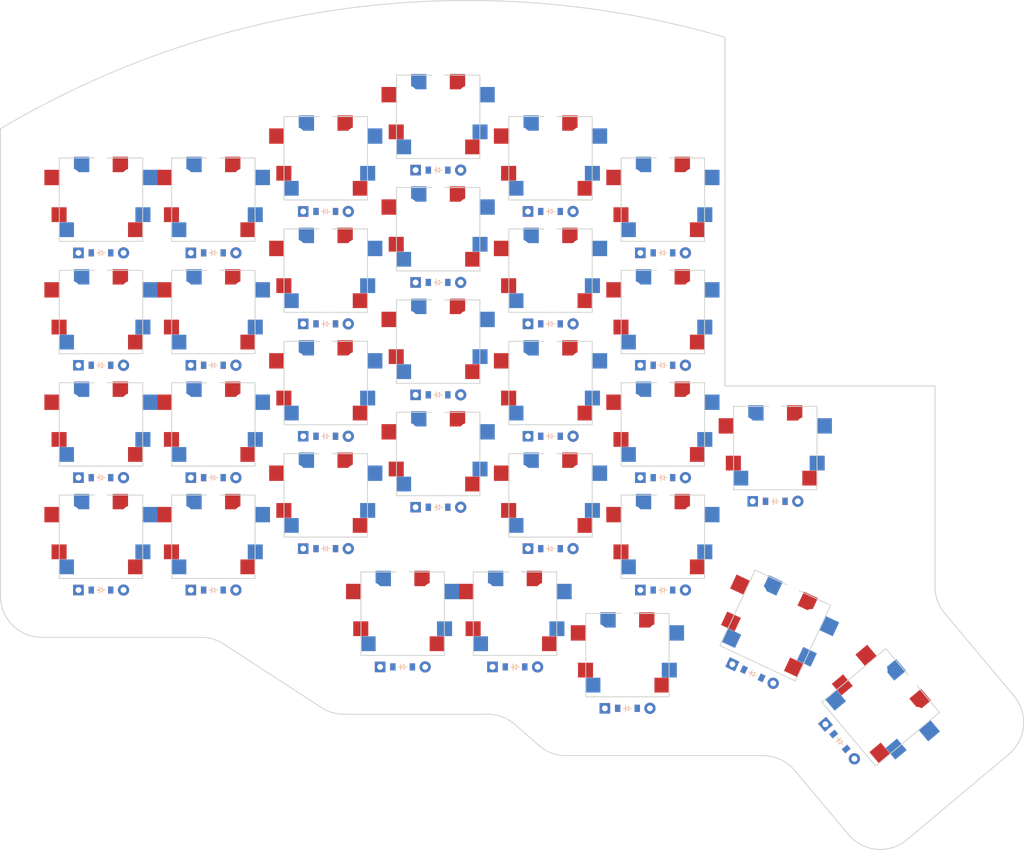
<source format=kicad_pcb>
(kicad_pcb (version 20171130) (host pcbnew 5.1.6)
  (title_block (title plateTRAY) (rev v1.0.0) (company Unknown))
  (layers (0 F.Cu signal) (31 B.Cu signal) (34 B.Paste user) (35 F.Paste user) (36 B.SilkS user) (37 F.SilkS user) (38 B.Mask user) (39 F.Mask user) (44 Edge.Cuts user))
  (net 0 "")
  (net 1 "P21")
  (net 2 "GND")
  (net 3 "outerpinkie_bottom")
  (net 4 "P6")
  (net 5 "outerpinkie_middle")
  (net 6 "P5")
  (net 7 "outerpinkie_home")
  (net 8 "P4")
  (net 9 "outerpinkie_top")
  (net 10 "P3")
  (net 11 "P20")
  (net 12 "pinkie_bottom")
  (net 13 "pinkie_middle")
  (net 14 "pinkie_home")
  (net 15 "pinkie_top")
  (net 16 "P19")
  (net 17 "ring_bottom")
  (net 18 "ring_middle")
  (net 19 "ring_home")
  (net 20 "ring_top")
  (net 21 "P18")
  (net 22 "middle_bottom")
  (net 23 "middle_middle")
  (net 24 "middle_home")
  (net 25 "middle_top")
  (net 26 "P15")
  (net 27 "index_bottom")
  (net 28 "index_middle")
  (net 29 "index_home")
  (net 30 "index_top")
  (net 31 "P14")
  (net 32 "far_bottom")
  (net 33 "far_middle")
  (net 34 "far_home")
  (net 35 "far_top")
  (net 36 "first_bottom")
  (net 37 "P7")
  (net 38 "second_bottom")
  (net 39 "third_bottom")
  (net 40 "addon_bottom")
  (net 41 "fourth_bottom")
  (net 42 "fifth_bottom")
  (module PG1350 (layer F.Cu) (at 0 0 0)
    (fp_text reference "S1" hide)
    (fp_text value "" hide)
    (pad "" np_thru_hole circle (at 0 0) (size 3.429 3.429) (drill 3.429) (layers *.Cu *.Mask))
    (pad "" np_thru_hole circle (at 5.5 0) (size 1.7018 1.7018) (drill 1.7018) (layers *.Cu *.Mask))
    (pad "" np_thru_hole circle (at -5.5 0) (size 1.7018 1.7018) (drill 1.7018) (layers *.Cu *.Mask))
    (pad "" np_thru_hole circle (at 5 -3.75) (size 3 3) (drill 3) (layers *.Cu *.Mask))
    (pad "" np_thru_hole circle (at 0 -5.95) (size 3 3) (drill 3) (layers *.Cu *.Mask))
    (pad 1 smd rect (at -3.275 -5.95 0) (size 2.6 2.6) (layers B.Cu B.Paste B.Mask) (net 1 "P21"))
    (pad 2 smd rect (at 8.275 -3.75 0) (size 2.6 2.6) (layers B.Cu B.Paste B.Mask) (net 2 "GND"))
    (pad "" np_thru_hole circle (at -5 -3.75) (size 3 3) (drill 3) (layers *.Cu *.Mask))
    (pad "" np_thru_hole circle (at 0 -5.95) (size 3 3) (drill 3) (layers *.Cu *.Mask))
    (pad 1 smd rect (at 3.275 -5.95 0) (size 2.6 2.6) (layers F.Cu F.Paste F.Mask) (net 1 "P21"))
    (pad 2 smd rect (at -8.275 -3.75 0) (size 2.6 2.6) (layers F.Cu F.Paste F.Mask) (net 2 "GND"))
  )
  (module MX (layer F.Cu) (at 0 0 180)
    (fp_text reference "S2" hide)
    (fp_text value "" hide)
    (pad "" np_thru_hole circle (at 0 0) (size 3.9878 3.9878) (drill 3.9878) (layers *.Cu *.Mask))
    (pad "" np_thru_hole circle (at 5.08 0) (size 1.7018 1.7018) (drill 1.7018) (layers *.Cu *.Mask))
    (pad "" np_thru_hole circle (at -5.08 0) (size 1.7018 1.7018) (drill 1.7018) (layers *.Cu *.Mask))
    (pad "" np_thru_hole circle (at 2.54 -5.08) (size 3 3) (drill 3) (layers *.Cu *.Mask))
    (pad "" np_thru_hole circle (at -3.81 -2.54) (size 3 3) (drill 3) (layers *.Cu *.Mask))
    (pad 1 smd rect (at -7.085 -2.54 360) (size 2.55 2.5) (layers B.Cu B.Paste B.Mask) (net 1 "P21"))
    (pad 2 smd rect (at 5.842 -5.08 360) (size 2.55 2.5) (layers B.Cu B.Paste B.Mask) (net 2 "GND"))
    (pad "" np_thru_hole circle (at -2.54 -5.08) (size 3 3) (drill 3) (layers *.Cu *.Mask))
    (pad "" np_thru_hole circle (at 3.81 -2.54) (size 3 3) (drill 3) (layers *.Cu *.Mask))
    (pad 1 smd rect (at 7.085 -2.54 360) (size 2.55 2.5) (layers F.Cu F.Paste F.Mask) (net 1 "P21"))
    (pad 2 smd rect (at -5.842 -5.08 360) (size 2.55 2.5) (layers F.Cu F.Paste F.Mask) (net 2 "GND"))
  )
  (module ComboDiode (layer F.Cu) (at 0 9 0)
    (fp_text reference "D1" hide)
    (fp_text value "" hide)
    (pad 1 smd rect (at -1.65 0 0) (size 0.9 1.2) (layers F.Cu F.Paste F.Mask) (net 4 "P6"))
    (pad 2 smd rect (at 1.65 0 0) (size 0.9 1.2) (layers B.Cu B.Paste B.Mask) (net 3 "outerpinkie_bottom"))
    (pad 1 smd rect (at -1.65 0 0) (size 0.9 1.2) (layers B.Cu B.Paste B.Mask) (net 4 "P6"))
    (pad 2 smd rect (at 1.65 0 0) (size 0.9 1.2) (layers F.Cu F.Paste F.Mask) (net 3 "outerpinkie_bottom"))
    (pad 1 thru_hole circle (at 3.81 0 0) (size 1.905 1.905) (drill 0.9906) (layers *.Cu *.Mask) (net 3 "outerpinkie_bottom"))
    (pad 2 thru_hole rect (at -3.81 0 0) (size 1.778 1.778) (drill 0.9906) (layers *.Cu *.Mask) (net 4 "P6"))
  )
  (module PG1350 (layer F.Cu) (at 0 -19 0)
    (fp_text reference "S3" hide)
    (fp_text value "" hide)
    (pad "" np_thru_hole circle (at 0 0) (size 3.429 3.429) (drill 3.429) (layers *.Cu *.Mask))
    (pad "" np_thru_hole circle (at 5.5 0) (size 1.7018 1.7018) (drill 1.7018) (layers *.Cu *.Mask))
    (pad "" np_thru_hole circle (at -5.5 0) (size 1.7018 1.7018) (drill 1.7018) (layers *.Cu *.Mask))
    (pad "" np_thru_hole circle (at 5 -3.75) (size 3 3) (drill 3) (layers *.Cu *.Mask))
    (pad "" np_thru_hole circle (at 0 -5.95) (size 3 3) (drill 3) (layers *.Cu *.Mask))
    (pad 1 smd rect (at -3.275 -5.95 0) (size 2.6 2.6) (layers B.Cu B.Paste B.Mask) (net 1 "P21"))
    (pad 2 smd rect (at 8.275 -3.75 0) (size 2.6 2.6) (layers B.Cu B.Paste B.Mask) (net 2 "GND"))
    (pad "" np_thru_hole circle (at -5 -3.75) (size 3 3) (drill 3) (layers *.Cu *.Mask))
    (pad "" np_thru_hole circle (at 0 -5.95) (size 3 3) (drill 3) (layers *.Cu *.Mask))
    (pad 1 smd rect (at 3.275 -5.95 0) (size 2.6 2.6) (layers F.Cu F.Paste F.Mask) (net 1 "P21"))
    (pad 2 smd rect (at -8.275 -3.75 0) (size 2.6 2.6) (layers F.Cu F.Paste F.Mask) (net 2 "GND"))
  )
  (module MX (layer F.Cu) (at 0 -19 180)
    (fp_text reference "S4" hide)
    (fp_text value "" hide)
    (pad "" np_thru_hole circle (at 0 0) (size 3.9878 3.9878) (drill 3.9878) (layers *.Cu *.Mask))
    (pad "" np_thru_hole circle (at 5.08 0) (size 1.7018 1.7018) (drill 1.7018) (layers *.Cu *.Mask))
    (pad "" np_thru_hole circle (at -5.08 0) (size 1.7018 1.7018) (drill 1.7018) (layers *.Cu *.Mask))
    (pad "" np_thru_hole circle (at 2.54 -5.08) (size 3 3) (drill 3) (layers *.Cu *.Mask))
    (pad "" np_thru_hole circle (at -3.81 -2.54) (size 3 3) (drill 3) (layers *.Cu *.Mask))
    (pad 1 smd rect (at -7.085 -2.54 360) (size 2.55 2.5) (layers B.Cu B.Paste B.Mask) (net 1 "P21"))
    (pad 2 smd rect (at 5.842 -5.08 360) (size 2.55 2.5) (layers B.Cu B.Paste B.Mask) (net 2 "GND"))
    (pad "" np_thru_hole circle (at -2.54 -5.08) (size 3 3) (drill 3) (layers *.Cu *.Mask))
    (pad "" np_thru_hole circle (at 3.81 -2.54) (size 3 3) (drill 3) (layers *.Cu *.Mask))
    (pad 1 smd rect (at 7.085 -2.54 360) (size 2.55 2.5) (layers F.Cu F.Paste F.Mask) (net 1 "P21"))
    (pad 2 smd rect (at -5.842 -5.08 360) (size 2.55 2.5) (layers F.Cu F.Paste F.Mask) (net 2 "GND"))
  )
  (module ComboDiode (layer F.Cu) (at 0 -10 0)
    (fp_text reference "D2" hide)
    (fp_text value "" hide)
    (pad 1 smd rect (at -1.65 0 0) (size 0.9 1.2) (layers F.Cu F.Paste F.Mask) (net 6 "P5"))
    (pad 2 smd rect (at 1.65 0 0) (size 0.9 1.2) (layers B.Cu B.Paste B.Mask) (net 5 "outerpinkie_middle"))
    (pad 1 smd rect (at -1.65 0 0) (size 0.9 1.2) (layers B.Cu B.Paste B.Mask) (net 6 "P5"))
    (pad 2 smd rect (at 1.65 0 0) (size 0.9 1.2) (layers F.Cu F.Paste F.Mask) (net 5 "outerpinkie_middle"))
    (pad 1 thru_hole circle (at 3.81 0 0) (size 1.905 1.905) (drill 0.9906) (layers *.Cu *.Mask) (net 5 "outerpinkie_middle"))
    (pad 2 thru_hole rect (at -3.81 0 0) (size 1.778 1.778) (drill 0.9906) (layers *.Cu *.Mask) (net 6 "P5"))
  )
  (module PG1350 (layer F.Cu) (at 0 -38 0)
    (fp_text reference "S5" hide)
    (fp_text value "" hide)
    (pad "" np_thru_hole circle (at 0 0) (size 3.429 3.429) (drill 3.429) (layers *.Cu *.Mask))
    (pad "" np_thru_hole circle (at 5.5 0) (size 1.7018 1.7018) (drill 1.7018) (layers *.Cu *.Mask))
    (pad "" np_thru_hole circle (at -5.5 0) (size 1.7018 1.7018) (drill 1.7018) (layers *.Cu *.Mask))
    (pad "" np_thru_hole circle (at 5 -3.75) (size 3 3) (drill 3) (layers *.Cu *.Mask))
    (pad "" np_thru_hole circle (at 0 -5.95) (size 3 3) (drill 3) (layers *.Cu *.Mask))
    (pad 1 smd rect (at -3.275 -5.95 0) (size 2.6 2.6) (layers B.Cu B.Paste B.Mask) (net 1 "P21"))
    (pad 2 smd rect (at 8.275 -3.75 0) (size 2.6 2.6) (layers B.Cu B.Paste B.Mask) (net 2 "GND"))
    (pad "" np_thru_hole circle (at -5 -3.75) (size 3 3) (drill 3) (layers *.Cu *.Mask))
    (pad "" np_thru_hole circle (at 0 -5.95) (size 3 3) (drill 3) (layers *.Cu *.Mask))
    (pad 1 smd rect (at 3.275 -5.95 0) (size 2.6 2.6) (layers F.Cu F.Paste F.Mask) (net 1 "P21"))
    (pad 2 smd rect (at -8.275 -3.75 0) (size 2.6 2.6) (layers F.Cu F.Paste F.Mask) (net 2 "GND"))
  )
  (module MX (layer F.Cu) (at 0 -38 180)
    (fp_text reference "S6" hide)
    (fp_text value "" hide)
    (pad "" np_thru_hole circle (at 0 0) (size 3.9878 3.9878) (drill 3.9878) (layers *.Cu *.Mask))
    (pad "" np_thru_hole circle (at 5.08 0) (size 1.7018 1.7018) (drill 1.7018) (layers *.Cu *.Mask))
    (pad "" np_thru_hole circle (at -5.08 0) (size 1.7018 1.7018) (drill 1.7018) (layers *.Cu *.Mask))
    (pad "" np_thru_hole circle (at 2.54 -5.08) (size 3 3) (drill 3) (layers *.Cu *.Mask))
    (pad "" np_thru_hole circle (at -3.81 -2.54) (size 3 3) (drill 3) (layers *.Cu *.Mask))
    (pad 1 smd rect (at -7.085 -2.54 360) (size 2.55 2.5) (layers B.Cu B.Paste B.Mask) (net 1 "P21"))
    (pad 2 smd rect (at 5.842 -5.08 360) (size 2.55 2.5) (layers B.Cu B.Paste B.Mask) (net 2 "GND"))
    (pad "" np_thru_hole circle (at -2.54 -5.08) (size 3 3) (drill 3) (layers *.Cu *.Mask))
    (pad "" np_thru_hole circle (at 3.81 -2.54) (size 3 3) (drill 3) (layers *.Cu *.Mask))
    (pad 1 smd rect (at 7.085 -2.54 360) (size 2.55 2.5) (layers F.Cu F.Paste F.Mask) (net 1 "P21"))
    (pad 2 smd rect (at -5.842 -5.08 360) (size 2.55 2.5) (layers F.Cu F.Paste F.Mask) (net 2 "GND"))
  )
  (module ComboDiode (layer F.Cu) (at 0 -29 0)
    (fp_text reference "D3" hide)
    (fp_text value "" hide)
    (pad 1 smd rect (at -1.65 0 0) (size 0.9 1.2) (layers F.Cu F.Paste F.Mask) (net 8 "P4"))
    (pad 2 smd rect (at 1.65 0 0) (size 0.9 1.2) (layers B.Cu B.Paste B.Mask) (net 7 "outerpinkie_home"))
    (pad 1 smd rect (at -1.65 0 0) (size 0.9 1.2) (layers B.Cu B.Paste B.Mask) (net 8 "P4"))
    (pad 2 smd rect (at 1.65 0 0) (size 0.9 1.2) (layers F.Cu F.Paste F.Mask) (net 7 "outerpinkie_home"))
    (pad 1 thru_hole circle (at 3.81 0 0) (size 1.905 1.905) (drill 0.9906) (layers *.Cu *.Mask) (net 7 "outerpinkie_home"))
    (pad 2 thru_hole rect (at -3.81 0 0) (size 1.778 1.778) (drill 0.9906) (layers *.Cu *.Mask) (net 8 "P4"))
  )
  (module PG1350 (layer F.Cu) (at 0 -57 0)
    (fp_text reference "S7" hide)
    (fp_text value "" hide)
    (pad "" np_thru_hole circle (at 0 0) (size 3.429 3.429) (drill 3.429) (layers *.Cu *.Mask))
    (pad "" np_thru_hole circle (at 5.5 0) (size 1.7018 1.7018) (drill 1.7018) (layers *.Cu *.Mask))
    (pad "" np_thru_hole circle (at -5.5 0) (size 1.7018 1.7018) (drill 1.7018) (layers *.Cu *.Mask))
    (pad "" np_thru_hole circle (at 5 -3.75) (size 3 3) (drill 3) (layers *.Cu *.Mask))
    (pad "" np_thru_hole circle (at 0 -5.95) (size 3 3) (drill 3) (layers *.Cu *.Mask))
    (pad 1 smd rect (at -3.275 -5.95 0) (size 2.6 2.6) (layers B.Cu B.Paste B.Mask) (net 1 "P21"))
    (pad 2 smd rect (at 8.275 -3.75 0) (size 2.6 2.6) (layers B.Cu B.Paste B.Mask) (net 2 "GND"))
    (pad "" np_thru_hole circle (at -5 -3.75) (size 3 3) (drill 3) (layers *.Cu *.Mask))
    (pad "" np_thru_hole circle (at 0 -5.95) (size 3 3) (drill 3) (layers *.Cu *.Mask))
    (pad 1 smd rect (at 3.275 -5.95 0) (size 2.6 2.6) (layers F.Cu F.Paste F.Mask) (net 1 "P21"))
    (pad 2 smd rect (at -8.275 -3.75 0) (size 2.6 2.6) (layers F.Cu F.Paste F.Mask) (net 2 "GND"))
  )
  (module MX (layer F.Cu) (at 0 -57 180)
    (fp_text reference "S8" hide)
    (fp_text value "" hide)
    (pad "" np_thru_hole circle (at 0 0) (size 3.9878 3.9878) (drill 3.9878) (layers *.Cu *.Mask))
    (pad "" np_thru_hole circle (at 5.08 0) (size 1.7018 1.7018) (drill 1.7018) (layers *.Cu *.Mask))
    (pad "" np_thru_hole circle (at -5.08 0) (size 1.7018 1.7018) (drill 1.7018) (layers *.Cu *.Mask))
    (pad "" np_thru_hole circle (at 2.54 -5.08) (size 3 3) (drill 3) (layers *.Cu *.Mask))
    (pad "" np_thru_hole circle (at -3.81 -2.54) (size 3 3) (drill 3) (layers *.Cu *.Mask))
    (pad 1 smd rect (at -7.085 -2.54 360) (size 2.55 2.5) (layers B.Cu B.Paste B.Mask) (net 1 "P21"))
    (pad 2 smd rect (at 5.842 -5.08 360) (size 2.55 2.5) (layers B.Cu B.Paste B.Mask) (net 2 "GND"))
    (pad "" np_thru_hole circle (at -2.54 -5.08) (size 3 3) (drill 3) (layers *.Cu *.Mask))
    (pad "" np_thru_hole circle (at 3.81 -2.54) (size 3 3) (drill 3) (layers *.Cu *.Mask))
    (pad 1 smd rect (at 7.085 -2.54 360) (size 2.55 2.5) (layers F.Cu F.Paste F.Mask) (net 1 "P21"))
    (pad 2 smd rect (at -5.842 -5.08 360) (size 2.55 2.5) (layers F.Cu F.Paste F.Mask) (net 2 "GND"))
  )
  (module ComboDiode (layer F.Cu) (at 0 -48 0)
    (fp_text reference "D4" hide)
    (fp_text value "" hide)
    (pad 1 smd rect (at -1.65 0 0) (size 0.9 1.2) (layers F.Cu F.Paste F.Mask) (net 10 "P3"))
    (pad 2 smd rect (at 1.65 0 0) (size 0.9 1.2) (layers B.Cu B.Paste B.Mask) (net 9 "outerpinkie_top"))
    (pad 1 smd rect (at -1.65 0 0) (size 0.9 1.2) (layers B.Cu B.Paste B.Mask) (net 10 "P3"))
    (pad 2 smd rect (at 1.65 0 0) (size 0.9 1.2) (layers F.Cu F.Paste F.Mask) (net 9 "outerpinkie_top"))
    (pad 1 thru_hole circle (at 3.81 0 0) (size 1.905 1.905) (drill 0.9906) (layers *.Cu *.Mask) (net 9 "outerpinkie_top"))
    (pad 2 thru_hole rect (at -3.81 0 0) (size 1.778 1.778) (drill 0.9906) (layers *.Cu *.Mask) (net 10 "P3"))
  )
  (module PG1350 (layer F.Cu) (at 19 0 0)
    (fp_text reference "S9" hide)
    (fp_text value "" hide)
    (pad "" np_thru_hole circle (at 0 0) (size 3.429 3.429) (drill 3.429) (layers *.Cu *.Mask))
    (pad "" np_thru_hole circle (at 5.5 0) (size 1.7018 1.7018) (drill 1.7018) (layers *.Cu *.Mask))
    (pad "" np_thru_hole circle (at -5.5 0) (size 1.7018 1.7018) (drill 1.7018) (layers *.Cu *.Mask))
    (pad "" np_thru_hole circle (at 5 -3.75) (size 3 3) (drill 3) (layers *.Cu *.Mask))
    (pad "" np_thru_hole circle (at 0 -5.95) (size 3 3) (drill 3) (layers *.Cu *.Mask))
    (pad 1 smd rect (at -3.275 -5.95 0) (size 2.6 2.6) (layers B.Cu B.Paste B.Mask) (net 11 "P20"))
    (pad 2 smd rect (at 8.275 -3.75 0) (size 2.6 2.6) (layers B.Cu B.Paste B.Mask) (net 2 "GND"))
    (pad "" np_thru_hole circle (at -5 -3.75) (size 3 3) (drill 3) (layers *.Cu *.Mask))
    (pad "" np_thru_hole circle (at 0 -5.95) (size 3 3) (drill 3) (layers *.Cu *.Mask))
    (pad 1 smd rect (at 3.275 -5.95 0) (size 2.6 2.6) (layers F.Cu F.Paste F.Mask) (net 11 "P20"))
    (pad 2 smd rect (at -8.275 -3.75 0) (size 2.6 2.6) (layers F.Cu F.Paste F.Mask) (net 2 "GND"))
  )
  (module MX (layer F.Cu) (at 19 0 180)
    (fp_text reference "S10" hide)
    (fp_text value "" hide)
    (pad "" np_thru_hole circle (at 0 0) (size 3.9878 3.9878) (drill 3.9878) (layers *.Cu *.Mask))
    (pad "" np_thru_hole circle (at 5.08 0) (size 1.7018 1.7018) (drill 1.7018) (layers *.Cu *.Mask))
    (pad "" np_thru_hole circle (at -5.08 0) (size 1.7018 1.7018) (drill 1.7018) (layers *.Cu *.Mask))
    (pad "" np_thru_hole circle (at 2.54 -5.08) (size 3 3) (drill 3) (layers *.Cu *.Mask))
    (pad "" np_thru_hole circle (at -3.81 -2.54) (size 3 3) (drill 3) (layers *.Cu *.Mask))
    (pad 1 smd rect (at -7.085 -2.54 360) (size 2.55 2.5) (layers B.Cu B.Paste B.Mask) (net 11 "P20"))
    (pad 2 smd rect (at 5.842 -5.08 360) (size 2.55 2.5) (layers B.Cu B.Paste B.Mask) (net 2 "GND"))
    (pad "" np_thru_hole circle (at -2.54 -5.08) (size 3 3) (drill 3) (layers *.Cu *.Mask))
    (pad "" np_thru_hole circle (at 3.81 -2.54) (size 3 3) (drill 3) (layers *.Cu *.Mask))
    (pad 1 smd rect (at 7.085 -2.54 360) (size 2.55 2.5) (layers F.Cu F.Paste F.Mask) (net 11 "P20"))
    (pad 2 smd rect (at -5.842 -5.08 360) (size 2.55 2.5) (layers F.Cu F.Paste F.Mask) (net 2 "GND"))
  )
  (module ComboDiode (layer F.Cu) (at 19 9 0)
    (fp_text reference "D5" hide)
    (fp_text value "" hide)
    (pad 1 smd rect (at -1.65 0 0) (size 0.9 1.2) (layers F.Cu F.Paste F.Mask) (net 4 "P6"))
    (pad 2 smd rect (at 1.65 0 0) (size 0.9 1.2) (layers B.Cu B.Paste B.Mask) (net 12 "pinkie_bottom"))
    (pad 1 smd rect (at -1.65 0 0) (size 0.9 1.2) (layers B.Cu B.Paste B.Mask) (net 4 "P6"))
    (pad 2 smd rect (at 1.65 0 0) (size 0.9 1.2) (layers F.Cu F.Paste F.Mask) (net 12 "pinkie_bottom"))
    (pad 1 thru_hole circle (at 3.81 0 0) (size 1.905 1.905) (drill 0.9906) (layers *.Cu *.Mask) (net 12 "pinkie_bottom"))
    (pad 2 thru_hole rect (at -3.81 0 0) (size 1.778 1.778) (drill 0.9906) (layers *.Cu *.Mask) (net 4 "P6"))
  )
  (module PG1350 (layer F.Cu) (at 19 -19 0)
    (fp_text reference "S11" hide)
    (fp_text value "" hide)
    (pad "" np_thru_hole circle (at 0 0) (size 3.429 3.429) (drill 3.429) (layers *.Cu *.Mask))
    (pad "" np_thru_hole circle (at 5.5 0) (size 1.7018 1.7018) (drill 1.7018) (layers *.Cu *.Mask))
    (pad "" np_thru_hole circle (at -5.5 0) (size 1.7018 1.7018) (drill 1.7018) (layers *.Cu *.Mask))
    (pad "" np_thru_hole circle (at 5 -3.75) (size 3 3) (drill 3) (layers *.Cu *.Mask))
    (pad "" np_thru_hole circle (at 0 -5.95) (size 3 3) (drill 3) (layers *.Cu *.Mask))
    (pad 1 smd rect (at -3.275 -5.95 0) (size 2.6 2.6) (layers B.Cu B.Paste B.Mask) (net 11 "P20"))
    (pad 2 smd rect (at 8.275 -3.75 0) (size 2.6 2.6) (layers B.Cu B.Paste B.Mask) (net 2 "GND"))
    (pad "" np_thru_hole circle (at -5 -3.75) (size 3 3) (drill 3) (layers *.Cu *.Mask))
    (pad "" np_thru_hole circle (at 0 -5.95) (size 3 3) (drill 3) (layers *.Cu *.Mask))
    (pad 1 smd rect (at 3.275 -5.95 0) (size 2.6 2.6) (layers F.Cu F.Paste F.Mask) (net 11 "P20"))
    (pad 2 smd rect (at -8.275 -3.75 0) (size 2.6 2.6) (layers F.Cu F.Paste F.Mask) (net 2 "GND"))
  )
  (module MX (layer F.Cu) (at 19 -19 180)
    (fp_text reference "S12" hide)
    (fp_text value "" hide)
    (pad "" np_thru_hole circle (at 0 0) (size 3.9878 3.9878) (drill 3.9878) (layers *.Cu *.Mask))
    (pad "" np_thru_hole circle (at 5.08 0) (size 1.7018 1.7018) (drill 1.7018) (layers *.Cu *.Mask))
    (pad "" np_thru_hole circle (at -5.08 0) (size 1.7018 1.7018) (drill 1.7018) (layers *.Cu *.Mask))
    (pad "" np_thru_hole circle (at 2.54 -5.08) (size 3 3) (drill 3) (layers *.Cu *.Mask))
    (pad "" np_thru_hole circle (at -3.81 -2.54) (size 3 3) (drill 3) (layers *.Cu *.Mask))
    (pad 1 smd rect (at -7.085 -2.54 360) (size 2.55 2.5) (layers B.Cu B.Paste B.Mask) (net 11 "P20"))
    (pad 2 smd rect (at 5.842 -5.08 360) (size 2.55 2.5) (layers B.Cu B.Paste B.Mask) (net 2 "GND"))
    (pad "" np_thru_hole circle (at -2.54 -5.08) (size 3 3) (drill 3) (layers *.Cu *.Mask))
    (pad "" np_thru_hole circle (at 3.81 -2.54) (size 3 3) (drill 3) (layers *.Cu *.Mask))
    (pad 1 smd rect (at 7.085 -2.54 360) (size 2.55 2.5) (layers F.Cu F.Paste F.Mask) (net 11 "P20"))
    (pad 2 smd rect (at -5.842 -5.08 360) (size 2.55 2.5) (layers F.Cu F.Paste F.Mask) (net 2 "GND"))
  )
  (module ComboDiode (layer F.Cu) (at 19 -10 0)
    (fp_text reference "D6" hide)
    (fp_text value "" hide)
    (pad 1 smd rect (at -1.65 0 0) (size 0.9 1.2) (layers F.Cu F.Paste F.Mask) (net 6 "P5"))
    (pad 2 smd rect (at 1.65 0 0) (size 0.9 1.2) (layers B.Cu B.Paste B.Mask) (net 13 "pinkie_middle"))
    (pad 1 smd rect (at -1.65 0 0) (size 0.9 1.2) (layers B.Cu B.Paste B.Mask) (net 6 "P5"))
    (pad 2 smd rect (at 1.65 0 0) (size 0.9 1.2) (layers F.Cu F.Paste F.Mask) (net 13 "pinkie_middle"))
    (pad 1 thru_hole circle (at 3.81 0 0) (size 1.905 1.905) (drill 0.9906) (layers *.Cu *.Mask) (net 13 "pinkie_middle"))
    (pad 2 thru_hole rect (at -3.81 0 0) (size 1.778 1.778) (drill 0.9906) (layers *.Cu *.Mask) (net 6 "P5"))
  )
  (module PG1350 (layer F.Cu) (at 19 -38 0)
    (fp_text reference "S13" hide)
    (fp_text value "" hide)
    (pad "" np_thru_hole circle (at 0 0) (size 3.429 3.429) (drill 3.429) (layers *.Cu *.Mask))
    (pad "" np_thru_hole circle (at 5.5 0) (size 1.7018 1.7018) (drill 1.7018) (layers *.Cu *.Mask))
    (pad "" np_thru_hole circle (at -5.5 0) (size 1.7018 1.7018) (drill 1.7018) (layers *.Cu *.Mask))
    (pad "" np_thru_hole circle (at 5 -3.75) (size 3 3) (drill 3) (layers *.Cu *.Mask))
    (pad "" np_thru_hole circle (at 0 -5.95) (size 3 3) (drill 3) (layers *.Cu *.Mask))
    (pad 1 smd rect (at -3.275 -5.95 0) (size 2.6 2.6) (layers B.Cu B.Paste B.Mask) (net 11 "P20"))
    (pad 2 smd rect (at 8.275 -3.75 0) (size 2.6 2.6) (layers B.Cu B.Paste B.Mask) (net 2 "GND"))
    (pad "" np_thru_hole circle (at -5 -3.75) (size 3 3) (drill 3) (layers *.Cu *.Mask))
    (pad "" np_thru_hole circle (at 0 -5.95) (size 3 3) (drill 3) (layers *.Cu *.Mask))
    (pad 1 smd rect (at 3.275 -5.95 0) (size 2.6 2.6) (layers F.Cu F.Paste F.Mask) (net 11 "P20"))
    (pad 2 smd rect (at -8.275 -3.75 0) (size 2.6 2.6) (layers F.Cu F.Paste F.Mask) (net 2 "GND"))
  )
  (module MX (layer F.Cu) (at 19 -38 180)
    (fp_text reference "S14" hide)
    (fp_text value "" hide)
    (pad "" np_thru_hole circle (at 0 0) (size 3.9878 3.9878) (drill 3.9878) (layers *.Cu *.Mask))
    (pad "" np_thru_hole circle (at 5.08 0) (size 1.7018 1.7018) (drill 1.7018) (layers *.Cu *.Mask))
    (pad "" np_thru_hole circle (at -5.08 0) (size 1.7018 1.7018) (drill 1.7018) (layers *.Cu *.Mask))
    (pad "" np_thru_hole circle (at 2.54 -5.08) (size 3 3) (drill 3) (layers *.Cu *.Mask))
    (pad "" np_thru_hole circle (at -3.81 -2.54) (size 3 3) (drill 3) (layers *.Cu *.Mask))
    (pad 1 smd rect (at -7.085 -2.54 360) (size 2.55 2.5) (layers B.Cu B.Paste B.Mask) (net 11 "P20"))
    (pad 2 smd rect (at 5.842 -5.08 360) (size 2.55 2.5) (layers B.Cu B.Paste B.Mask) (net 2 "GND"))
    (pad "" np_thru_hole circle (at -2.54 -5.08) (size 3 3) (drill 3) (layers *.Cu *.Mask))
    (pad "" np_thru_hole circle (at 3.81 -2.54) (size 3 3) (drill 3) (layers *.Cu *.Mask))
    (pad 1 smd rect (at 7.085 -2.54 360) (size 2.55 2.5) (layers F.Cu F.Paste F.Mask) (net 11 "P20"))
    (pad 2 smd rect (at -5.842 -5.08 360) (size 2.55 2.5) (layers F.Cu F.Paste F.Mask) (net 2 "GND"))
  )
  (module ComboDiode (layer F.Cu) (at 19 -29 0)
    (fp_text reference "D7" hide)
    (fp_text value "" hide)
    (pad 1 smd rect (at -1.65 0 0) (size 0.9 1.2) (layers F.Cu F.Paste F.Mask) (net 8 "P4"))
    (pad 2 smd rect (at 1.65 0 0) (size 0.9 1.2) (layers B.Cu B.Paste B.Mask) (net 14 "pinkie_home"))
    (pad 1 smd rect (at -1.65 0 0) (size 0.9 1.2) (layers B.Cu B.Paste B.Mask) (net 8 "P4"))
    (pad 2 smd rect (at 1.65 0 0) (size 0.9 1.2) (layers F.Cu F.Paste F.Mask) (net 14 "pinkie_home"))
    (pad 1 thru_hole circle (at 3.81 0 0) (size 1.905 1.905) (drill 0.9906) (layers *.Cu *.Mask) (net 14 "pinkie_home"))
    (pad 2 thru_hole rect (at -3.81 0 0) (size 1.778 1.778) (drill 0.9906) (layers *.Cu *.Mask) (net 8 "P4"))
  )
  (module PG1350 (layer F.Cu) (at 19 -57 0)
    (fp_text reference "S15" hide)
    (fp_text value "" hide)
    (pad "" np_thru_hole circle (at 0 0) (size 3.429 3.429) (drill 3.429) (layers *.Cu *.Mask))
    (pad "" np_thru_hole circle (at 5.5 0) (size 1.7018 1.7018) (drill 1.7018) (layers *.Cu *.Mask))
    (pad "" np_thru_hole circle (at -5.5 0) (size 1.7018 1.7018) (drill 1.7018) (layers *.Cu *.Mask))
    (pad "" np_thru_hole circle (at 5 -3.75) (size 3 3) (drill 3) (layers *.Cu *.Mask))
    (pad "" np_thru_hole circle (at 0 -5.95) (size 3 3) (drill 3) (layers *.Cu *.Mask))
    (pad 1 smd rect (at -3.275 -5.95 0) (size 2.6 2.6) (layers B.Cu B.Paste B.Mask) (net 11 "P20"))
    (pad 2 smd rect (at 8.275 -3.75 0) (size 2.6 2.6) (layers B.Cu B.Paste B.Mask) (net 2 "GND"))
    (pad "" np_thru_hole circle (at -5 -3.75) (size 3 3) (drill 3) (layers *.Cu *.Mask))
    (pad "" np_thru_hole circle (at 0 -5.95) (size 3 3) (drill 3) (layers *.Cu *.Mask))
    (pad 1 smd rect (at 3.275 -5.95 0) (size 2.6 2.6) (layers F.Cu F.Paste F.Mask) (net 11 "P20"))
    (pad 2 smd rect (at -8.275 -3.75 0) (size 2.6 2.6) (layers F.Cu F.Paste F.Mask) (net 2 "GND"))
  )
  (module MX (layer F.Cu) (at 19 -57 180)
    (fp_text reference "S16" hide)
    (fp_text value "" hide)
    (pad "" np_thru_hole circle (at 0 0) (size 3.9878 3.9878) (drill 3.9878) (layers *.Cu *.Mask))
    (pad "" np_thru_hole circle (at 5.08 0) (size 1.7018 1.7018) (drill 1.7018) (layers *.Cu *.Mask))
    (pad "" np_thru_hole circle (at -5.08 0) (size 1.7018 1.7018) (drill 1.7018) (layers *.Cu *.Mask))
    (pad "" np_thru_hole circle (at 2.54 -5.08) (size 3 3) (drill 3) (layers *.Cu *.Mask))
    (pad "" np_thru_hole circle (at -3.81 -2.54) (size 3 3) (drill 3) (layers *.Cu *.Mask))
    (pad 1 smd rect (at -7.085 -2.54 360) (size 2.55 2.5) (layers B.Cu B.Paste B.Mask) (net 11 "P20"))
    (pad 2 smd rect (at 5.842 -5.08 360) (size 2.55 2.5) (layers B.Cu B.Paste B.Mask) (net 2 "GND"))
    (pad "" np_thru_hole circle (at -2.54 -5.08) (size 3 3) (drill 3) (layers *.Cu *.Mask))
    (pad "" np_thru_hole circle (at 3.81 -2.54) (size 3 3) (drill 3) (layers *.Cu *.Mask))
    (pad 1 smd rect (at 7.085 -2.54 360) (size 2.55 2.5) (layers F.Cu F.Paste F.Mask) (net 11 "P20"))
    (pad 2 smd rect (at -5.842 -5.08 360) (size 2.55 2.5) (layers F.Cu F.Paste F.Mask) (net 2 "GND"))
  )
  (module ComboDiode (layer F.Cu) (at 19 -48 0)
    (fp_text reference "D8" hide)
    (fp_text value "" hide)
    (pad 1 smd rect (at -1.65 0 0) (size 0.9 1.2) (layers F.Cu F.Paste F.Mask) (net 10 "P3"))
    (pad 2 smd rect (at 1.65 0 0) (size 0.9 1.2) (layers B.Cu B.Paste B.Mask) (net 15 "pinkie_top"))
    (pad 1 smd rect (at -1.65 0 0) (size 0.9 1.2) (layers B.Cu B.Paste B.Mask) (net 10 "P3"))
    (pad 2 smd rect (at 1.65 0 0) (size 0.9 1.2) (layers F.Cu F.Paste F.Mask) (net 15 "pinkie_top"))
    (pad 1 thru_hole circle (at 3.81 0 0) (size 1.905 1.905) (drill 0.9906) (layers *.Cu *.Mask) (net 15 "pinkie_top"))
    (pad 2 thru_hole rect (at -3.81 0 0) (size 1.778 1.778) (drill 0.9906) (layers *.Cu *.Mask) (net 10 "P3"))
  )
  (module PG1350 (layer F.Cu) (at 38 -7 0)
    (fp_text reference "S17" hide)
    (fp_text value "" hide)
    (pad "" np_thru_hole circle (at 0 0) (size 3.429 3.429) (drill 3.429) (layers *.Cu *.Mask))
    (pad "" np_thru_hole circle (at 5.5 0) (size 1.7018 1.7018) (drill 1.7018) (layers *.Cu *.Mask))
    (pad "" np_thru_hole circle (at -5.5 0) (size 1.7018 1.7018) (drill 1.7018) (layers *.Cu *.Mask))
    (pad "" np_thru_hole circle (at 5 -3.75) (size 3 3) (drill 3) (layers *.Cu *.Mask))
    (pad "" np_thru_hole circle (at 0 -5.95) (size 3 3) (drill 3) (layers *.Cu *.Mask))
    (pad 1 smd rect (at -3.275 -5.95 0) (size 2.6 2.6) (layers B.Cu B.Paste B.Mask) (net 16 "P19"))
    (pad 2 smd rect (at 8.275 -3.75 0) (size 2.6 2.6) (layers B.Cu B.Paste B.Mask) (net 2 "GND"))
    (pad "" np_thru_hole circle (at -5 -3.75) (size 3 3) (drill 3) (layers *.Cu *.Mask))
    (pad "" np_thru_hole circle (at 0 -5.95) (size 3 3) (drill 3) (layers *.Cu *.Mask))
    (pad 1 smd rect (at 3.275 -5.95 0) (size 2.6 2.6) (layers F.Cu F.Paste F.Mask) (net 16 "P19"))
    (pad 2 smd rect (at -8.275 -3.75 0) (size 2.6 2.6) (layers F.Cu F.Paste F.Mask) (net 2 "GND"))
  )
  (module MX (layer F.Cu) (at 38 -7 180)
    (fp_text reference "S18" hide)
    (fp_text value "" hide)
    (pad "" np_thru_hole circle (at 0 0) (size 3.9878 3.9878) (drill 3.9878) (layers *.Cu *.Mask))
    (pad "" np_thru_hole circle (at 5.08 0) (size 1.7018 1.7018) (drill 1.7018) (layers *.Cu *.Mask))
    (pad "" np_thru_hole circle (at -5.08 0) (size 1.7018 1.7018) (drill 1.7018) (layers *.Cu *.Mask))
    (pad "" np_thru_hole circle (at 2.54 -5.08) (size 3 3) (drill 3) (layers *.Cu *.Mask))
    (pad "" np_thru_hole circle (at -3.81 -2.54) (size 3 3) (drill 3) (layers *.Cu *.Mask))
    (pad 1 smd rect (at -7.085 -2.54 360) (size 2.55 2.5) (layers B.Cu B.Paste B.Mask) (net 16 "P19"))
    (pad 2 smd rect (at 5.842 -5.08 360) (size 2.55 2.5) (layers B.Cu B.Paste B.Mask) (net 2 "GND"))
    (pad "" np_thru_hole circle (at -2.54 -5.08) (size 3 3) (drill 3) (layers *.Cu *.Mask))
    (pad "" np_thru_hole circle (at 3.81 -2.54) (size 3 3) (drill 3) (layers *.Cu *.Mask))
    (pad 1 smd rect (at 7.085 -2.54 360) (size 2.55 2.5) (layers F.Cu F.Paste F.Mask) (net 16 "P19"))
    (pad 2 smd rect (at -5.842 -5.08 360) (size 2.55 2.5) (layers F.Cu F.Paste F.Mask) (net 2 "GND"))
  )
  (module ComboDiode (layer F.Cu) (at 38 2 0)
    (fp_text reference "D9" hide)
    (fp_text value "" hide)
    (pad 1 smd rect (at -1.65 0 0) (size 0.9 1.2) (layers F.Cu F.Paste F.Mask) (net 4 "P6"))
    (pad 2 smd rect (at 1.65 0 0) (size 0.9 1.2) (layers B.Cu B.Paste B.Mask) (net 17 "ring_bottom"))
    (pad 1 smd rect (at -1.65 0 0) (size 0.9 1.2) (layers B.Cu B.Paste B.Mask) (net 4 "P6"))
    (pad 2 smd rect (at 1.65 0 0) (size 0.9 1.2) (layers F.Cu F.Paste F.Mask) (net 17 "ring_bottom"))
    (pad 1 thru_hole circle (at 3.81 0 0) (size 1.905 1.905) (drill 0.9906) (layers *.Cu *.Mask) (net 17 "ring_bottom"))
    (pad 2 thru_hole rect (at -3.81 0 0) (size 1.778 1.778) (drill 0.9906) (layers *.Cu *.Mask) (net 4 "P6"))
  )
  (module PG1350 (layer F.Cu) (at 38 -26 0)
    (fp_text reference "S19" hide)
    (fp_text value "" hide)
    (pad "" np_thru_hole circle (at 0 0) (size 3.429 3.429) (drill 3.429) (layers *.Cu *.Mask))
    (pad "" np_thru_hole circle (at 5.5 0) (size 1.7018 1.7018) (drill 1.7018) (layers *.Cu *.Mask))
    (pad "" np_thru_hole circle (at -5.5 0) (size 1.7018 1.7018) (drill 1.7018) (layers *.Cu *.Mask))
    (pad "" np_thru_hole circle (at 5 -3.75) (size 3 3) (drill 3) (layers *.Cu *.Mask))
    (pad "" np_thru_hole circle (at 0 -5.95) (size 3 3) (drill 3) (layers *.Cu *.Mask))
    (pad 1 smd rect (at -3.275 -5.95 0) (size 2.6 2.6) (layers B.Cu B.Paste B.Mask) (net 16 "P19"))
    (pad 2 smd rect (at 8.275 -3.75 0) (size 2.6 2.6) (layers B.Cu B.Paste B.Mask) (net 2 "GND"))
    (pad "" np_thru_hole circle (at -5 -3.75) (size 3 3) (drill 3) (layers *.Cu *.Mask))
    (pad "" np_thru_hole circle (at 0 -5.95) (size 3 3) (drill 3) (layers *.Cu *.Mask))
    (pad 1 smd rect (at 3.275 -5.95 0) (size 2.6 2.6) (layers F.Cu F.Paste F.Mask) (net 16 "P19"))
    (pad 2 smd rect (at -8.275 -3.75 0) (size 2.6 2.6) (layers F.Cu F.Paste F.Mask) (net 2 "GND"))
  )
  (module MX (layer F.Cu) (at 38 -26 180)
    (fp_text reference "S20" hide)
    (fp_text value "" hide)
    (pad "" np_thru_hole circle (at 0 0) (size 3.9878 3.9878) (drill 3.9878) (layers *.Cu *.Mask))
    (pad "" np_thru_hole circle (at 5.08 0) (size 1.7018 1.7018) (drill 1.7018) (layers *.Cu *.Mask))
    (pad "" np_thru_hole circle (at -5.08 0) (size 1.7018 1.7018) (drill 1.7018) (layers *.Cu *.Mask))
    (pad "" np_thru_hole circle (at 2.54 -5.08) (size 3 3) (drill 3) (layers *.Cu *.Mask))
    (pad "" np_thru_hole circle (at -3.81 -2.54) (size 3 3) (drill 3) (layers *.Cu *.Mask))
    (pad 1 smd rect (at -7.085 -2.54 360) (size 2.55 2.5) (layers B.Cu B.Paste B.Mask) (net 16 "P19"))
    (pad 2 smd rect (at 5.842 -5.08 360) (size 2.55 2.5) (layers B.Cu B.Paste B.Mask) (net 2 "GND"))
    (pad "" np_thru_hole circle (at -2.54 -5.08) (size 3 3) (drill 3) (layers *.Cu *.Mask))
    (pad "" np_thru_hole circle (at 3.81 -2.54) (size 3 3) (drill 3) (layers *.Cu *.Mask))
    (pad 1 smd rect (at 7.085 -2.54 360) (size 2.55 2.5) (layers F.Cu F.Paste F.Mask) (net 16 "P19"))
    (pad 2 smd rect (at -5.842 -5.08 360) (size 2.55 2.5) (layers F.Cu F.Paste F.Mask) (net 2 "GND"))
  )
  (module ComboDiode (layer F.Cu) (at 38 -17 0)
    (fp_text reference "D10" hide)
    (fp_text value "" hide)
    (pad 1 smd rect (at -1.65 0 0) (size 0.9 1.2) (layers F.Cu F.Paste F.Mask) (net 6 "P5"))
    (pad 2 smd rect (at 1.65 0 0) (size 0.9 1.2) (layers B.Cu B.Paste B.Mask) (net 18 "ring_middle"))
    (pad 1 smd rect (at -1.65 0 0) (size 0.9 1.2) (layers B.Cu B.Paste B.Mask) (net 6 "P5"))
    (pad 2 smd rect (at 1.65 0 0) (size 0.9 1.2) (layers F.Cu F.Paste F.Mask) (net 18 "ring_middle"))
    (pad 1 thru_hole circle (at 3.81 0 0) (size 1.905 1.905) (drill 0.9906) (layers *.Cu *.Mask) (net 18 "ring_middle"))
    (pad 2 thru_hole rect (at -3.81 0 0) (size 1.778 1.778) (drill 0.9906) (layers *.Cu *.Mask) (net 6 "P5"))
  )
  (module PG1350 (layer F.Cu) (at 38 -45 0)
    (fp_text reference "S21" hide)
    (fp_text value "" hide)
    (pad "" np_thru_hole circle (at 0 0) (size 3.429 3.429) (drill 3.429) (layers *.Cu *.Mask))
    (pad "" np_thru_hole circle (at 5.5 0) (size 1.7018 1.7018) (drill 1.7018) (layers *.Cu *.Mask))
    (pad "" np_thru_hole circle (at -5.5 0) (size 1.7018 1.7018) (drill 1.7018) (layers *.Cu *.Mask))
    (pad "" np_thru_hole circle (at 5 -3.75) (size 3 3) (drill 3) (layers *.Cu *.Mask))
    (pad "" np_thru_hole circle (at 0 -5.95) (size 3 3) (drill 3) (layers *.Cu *.Mask))
    (pad 1 smd rect (at -3.275 -5.95 0) (size 2.6 2.6) (layers B.Cu B.Paste B.Mask) (net 16 "P19"))
    (pad 2 smd rect (at 8.275 -3.75 0) (size 2.6 2.6) (layers B.Cu B.Paste B.Mask) (net 2 "GND"))
    (pad "" np_thru_hole circle (at -5 -3.75) (size 3 3) (drill 3) (layers *.Cu *.Mask))
    (pad "" np_thru_hole circle (at 0 -5.95) (size 3 3) (drill 3) (layers *.Cu *.Mask))
    (pad 1 smd rect (at 3.275 -5.95 0) (size 2.6 2.6) (layers F.Cu F.Paste F.Mask) (net 16 "P19"))
    (pad 2 smd rect (at -8.275 -3.75 0) (size 2.6 2.6) (layers F.Cu F.Paste F.Mask) (net 2 "GND"))
  )
  (module MX (layer F.Cu) (at 38 -45 180)
    (fp_text reference "S22" hide)
    (fp_text value "" hide)
    (pad "" np_thru_hole circle (at 0 0) (size 3.9878 3.9878) (drill 3.9878) (layers *.Cu *.Mask))
    (pad "" np_thru_hole circle (at 5.08 0) (size 1.7018 1.7018) (drill 1.7018) (layers *.Cu *.Mask))
    (pad "" np_thru_hole circle (at -5.08 0) (size 1.7018 1.7018) (drill 1.7018) (layers *.Cu *.Mask))
    (pad "" np_thru_hole circle (at 2.54 -5.08) (size 3 3) (drill 3) (layers *.Cu *.Mask))
    (pad "" np_thru_hole circle (at -3.81 -2.54) (size 3 3) (drill 3) (layers *.Cu *.Mask))
    (pad 1 smd rect (at -7.085 -2.54 360) (size 2.55 2.5) (layers B.Cu B.Paste B.Mask) (net 16 "P19"))
    (pad 2 smd rect (at 5.842 -5.08 360) (size 2.55 2.5) (layers B.Cu B.Paste B.Mask) (net 2 "GND"))
    (pad "" np_thru_hole circle (at -2.54 -5.08) (size 3 3) (drill 3) (layers *.Cu *.Mask))
    (pad "" np_thru_hole circle (at 3.81 -2.54) (size 3 3) (drill 3) (layers *.Cu *.Mask))
    (pad 1 smd rect (at 7.085 -2.54 360) (size 2.55 2.5) (layers F.Cu F.Paste F.Mask) (net 16 "P19"))
    (pad 2 smd rect (at -5.842 -5.08 360) (size 2.55 2.5) (layers F.Cu F.Paste F.Mask) (net 2 "GND"))
  )
  (module ComboDiode (layer F.Cu) (at 38 -36 0)
    (fp_text reference "D11" hide)
    (fp_text value "" hide)
    (pad 1 smd rect (at -1.65 0 0) (size 0.9 1.2) (layers F.Cu F.Paste F.Mask) (net 8 "P4"))
    (pad 2 smd rect (at 1.65 0 0) (size 0.9 1.2) (layers B.Cu B.Paste B.Mask) (net 19 "ring_home"))
    (pad 1 smd rect (at -1.65 0 0) (size 0.9 1.2) (layers B.Cu B.Paste B.Mask) (net 8 "P4"))
    (pad 2 smd rect (at 1.65 0 0) (size 0.9 1.2) (layers F.Cu F.Paste F.Mask) (net 19 "ring_home"))
    (pad 1 thru_hole circle (at 3.81 0 0) (size 1.905 1.905) (drill 0.9906) (layers *.Cu *.Mask) (net 19 "ring_home"))
    (pad 2 thru_hole rect (at -3.81 0 0) (size 1.778 1.778) (drill 0.9906) (layers *.Cu *.Mask) (net 8 "P4"))
  )
  (module PG1350 (layer F.Cu) (at 38 -64 0)
    (fp_text reference "S23" hide)
    (fp_text value "" hide)
    (pad "" np_thru_hole circle (at 0 0) (size 3.429 3.429) (drill 3.429) (layers *.Cu *.Mask))
    (pad "" np_thru_hole circle (at 5.5 0) (size 1.7018 1.7018) (drill 1.7018) (layers *.Cu *.Mask))
    (pad "" np_thru_hole circle (at -5.5 0) (size 1.7018 1.7018) (drill 1.7018) (layers *.Cu *.Mask))
    (pad "" np_thru_hole circle (at 5 -3.75) (size 3 3) (drill 3) (layers *.Cu *.Mask))
    (pad "" np_thru_hole circle (at 0 -5.95) (size 3 3) (drill 3) (layers *.Cu *.Mask))
    (pad 1 smd rect (at -3.275 -5.95 0) (size 2.6 2.6) (layers B.Cu B.Paste B.Mask) (net 16 "P19"))
    (pad 2 smd rect (at 8.275 -3.75 0) (size 2.6 2.6) (layers B.Cu B.Paste B.Mask) (net 2 "GND"))
    (pad "" np_thru_hole circle (at -5 -3.75) (size 3 3) (drill 3) (layers *.Cu *.Mask))
    (pad "" np_thru_hole circle (at 0 -5.95) (size 3 3) (drill 3) (layers *.Cu *.Mask))
    (pad 1 smd rect (at 3.275 -5.95 0) (size 2.6 2.6) (layers F.Cu F.Paste F.Mask) (net 16 "P19"))
    (pad 2 smd rect (at -8.275 -3.75 0) (size 2.6 2.6) (layers F.Cu F.Paste F.Mask) (net 2 "GND"))
  )
  (module MX (layer F.Cu) (at 38 -64 180)
    (fp_text reference "S24" hide)
    (fp_text value "" hide)
    (pad "" np_thru_hole circle (at 0 0) (size 3.9878 3.9878) (drill 3.9878) (layers *.Cu *.Mask))
    (pad "" np_thru_hole circle (at 5.08 0) (size 1.7018 1.7018) (drill 1.7018) (layers *.Cu *.Mask))
    (pad "" np_thru_hole circle (at -5.08 0) (size 1.7018 1.7018) (drill 1.7018) (layers *.Cu *.Mask))
    (pad "" np_thru_hole circle (at 2.54 -5.08) (size 3 3) (drill 3) (layers *.Cu *.Mask))
    (pad "" np_thru_hole circle (at -3.81 -2.54) (size 3 3) (drill 3) (layers *.Cu *.Mask))
    (pad 1 smd rect (at -7.085 -2.54 360) (size 2.55 2.5) (layers B.Cu B.Paste B.Mask) (net 16 "P19"))
    (pad 2 smd rect (at 5.842 -5.08 360) (size 2.55 2.5) (layers B.Cu B.Paste B.Mask) (net 2 "GND"))
    (pad "" np_thru_hole circle (at -2.54 -5.08) (size 3 3) (drill 3) (layers *.Cu *.Mask))
    (pad "" np_thru_hole circle (at 3.81 -2.54) (size 3 3) (drill 3) (layers *.Cu *.Mask))
    (pad 1 smd rect (at 7.085 -2.54 360) (size 2.55 2.5) (layers F.Cu F.Paste F.Mask) (net 16 "P19"))
    (pad 2 smd rect (at -5.842 -5.08 360) (size 2.55 2.5) (layers F.Cu F.Paste F.Mask) (net 2 "GND"))
  )
  (module ComboDiode (layer F.Cu) (at 38 -55 0)
    (fp_text reference "D12" hide)
    (fp_text value "" hide)
    (pad 1 smd rect (at -1.65 0 0) (size 0.9 1.2) (layers F.Cu F.Paste F.Mask) (net 10 "P3"))
    (pad 2 smd rect (at 1.65 0 0) (size 0.9 1.2) (layers B.Cu B.Paste B.Mask) (net 20 "ring_top"))
    (pad 1 smd rect (at -1.65 0 0) (size 0.9 1.2) (layers B.Cu B.Paste B.Mask) (net 10 "P3"))
    (pad 2 smd rect (at 1.65 0 0) (size 0.9 1.2) (layers F.Cu F.Paste F.Mask) (net 20 "ring_top"))
    (pad 1 thru_hole circle (at 3.81 0 0) (size 1.905 1.905) (drill 0.9906) (layers *.Cu *.Mask) (net 20 "ring_top"))
    (pad 2 thru_hole rect (at -3.81 0 0) (size 1.778 1.778) (drill 0.9906) (layers *.Cu *.Mask) (net 10 "P3"))
  )
  (module PG1350 (layer F.Cu) (at 57 -14 0)
    (fp_text reference "S25" hide)
    (fp_text value "" hide)
    (pad "" np_thru_hole circle (at 0 0) (size 3.429 3.429) (drill 3.429) (layers *.Cu *.Mask))
    (pad "" np_thru_hole circle (at 5.5 0) (size 1.7018 1.7018) (drill 1.7018) (layers *.Cu *.Mask))
    (pad "" np_thru_hole circle (at -5.5 0) (size 1.7018 1.7018) (drill 1.7018) (layers *.Cu *.Mask))
    (pad "" np_thru_hole circle (at 5 -3.75) (size 3 3) (drill 3) (layers *.Cu *.Mask))
    (pad "" np_thru_hole circle (at 0 -5.95) (size 3 3) (drill 3) (layers *.Cu *.Mask))
    (pad 1 smd rect (at -3.275 -5.95 0) (size 2.6 2.6) (layers B.Cu B.Paste B.Mask) (net 21 "P18"))
    (pad 2 smd rect (at 8.275 -3.75 0) (size 2.6 2.6) (layers B.Cu B.Paste B.Mask) (net 2 "GND"))
    (pad "" np_thru_hole circle (at -5 -3.75) (size 3 3) (drill 3) (layers *.Cu *.Mask))
    (pad "" np_thru_hole circle (at 0 -5.95) (size 3 3) (drill 3) (layers *.Cu *.Mask))
    (pad 1 smd rect (at 3.275 -5.95 0) (size 2.6 2.6) (layers F.Cu F.Paste F.Mask) (net 21 "P18"))
    (pad 2 smd rect (at -8.275 -3.75 0) (size 2.6 2.6) (layers F.Cu F.Paste F.Mask) (net 2 "GND"))
  )
  (module MX (layer F.Cu) (at 57 -14 180)
    (fp_text reference "S26" hide)
    (fp_text value "" hide)
    (pad "" np_thru_hole circle (at 0 0) (size 3.9878 3.9878) (drill 3.9878) (layers *.Cu *.Mask))
    (pad "" np_thru_hole circle (at 5.08 0) (size 1.7018 1.7018) (drill 1.7018) (layers *.Cu *.Mask))
    (pad "" np_thru_hole circle (at -5.08 0) (size 1.7018 1.7018) (drill 1.7018) (layers *.Cu *.Mask))
    (pad "" np_thru_hole circle (at 2.54 -5.08) (size 3 3) (drill 3) (layers *.Cu *.Mask))
    (pad "" np_thru_hole circle (at -3.81 -2.54) (size 3 3) (drill 3) (layers *.Cu *.Mask))
    (pad 1 smd rect (at -7.085 -2.54 360) (size 2.55 2.5) (layers B.Cu B.Paste B.Mask) (net 21 "P18"))
    (pad 2 smd rect (at 5.842 -5.08 360) (size 2.55 2.5) (layers B.Cu B.Paste B.Mask) (net 2 "GND"))
    (pad "" np_thru_hole circle (at -2.54 -5.08) (size 3 3) (drill 3) (layers *.Cu *.Mask))
    (pad "" np_thru_hole circle (at 3.81 -2.54) (size 3 3) (drill 3) (layers *.Cu *.Mask))
    (pad 1 smd rect (at 7.085 -2.54 360) (size 2.55 2.5) (layers F.Cu F.Paste F.Mask) (net 21 "P18"))
    (pad 2 smd rect (at -5.842 -5.08 360) (size 2.55 2.5) (layers F.Cu F.Paste F.Mask) (net 2 "GND"))
  )
  (module ComboDiode (layer F.Cu) (at 57 -5 0)
    (fp_text reference "D13" hide)
    (fp_text value "" hide)
    (pad 1 smd rect (at -1.65 0 0) (size 0.9 1.2) (layers F.Cu F.Paste F.Mask) (net 4 "P6"))
    (pad 2 smd rect (at 1.65 0 0) (size 0.9 1.2) (layers B.Cu B.Paste B.Mask) (net 22 "middle_bottom"))
    (pad 1 smd rect (at -1.65 0 0) (size 0.9 1.2) (layers B.Cu B.Paste B.Mask) (net 4 "P6"))
    (pad 2 smd rect (at 1.65 0 0) (size 0.9 1.2) (layers F.Cu F.Paste F.Mask) (net 22 "middle_bottom"))
    (pad 1 thru_hole circle (at 3.81 0 0) (size 1.905 1.905) (drill 0.9906) (layers *.Cu *.Mask) (net 22 "middle_bottom"))
    (pad 2 thru_hole rect (at -3.81 0 0) (size 1.778 1.778) (drill 0.9906) (layers *.Cu *.Mask) (net 4 "P6"))
  )
  (module PG1350 (layer F.Cu) (at 57 -33 0)
    (fp_text reference "S27" hide)
    (fp_text value "" hide)
    (pad "" np_thru_hole circle (at 0 0) (size 3.429 3.429) (drill 3.429) (layers *.Cu *.Mask))
    (pad "" np_thru_hole circle (at 5.5 0) (size 1.7018 1.7018) (drill 1.7018) (layers *.Cu *.Mask))
    (pad "" np_thru_hole circle (at -5.5 0) (size 1.7018 1.7018) (drill 1.7018) (layers *.Cu *.Mask))
    (pad "" np_thru_hole circle (at 5 -3.75) (size 3 3) (drill 3) (layers *.Cu *.Mask))
    (pad "" np_thru_hole circle (at 0 -5.95) (size 3 3) (drill 3) (layers *.Cu *.Mask))
    (pad 1 smd rect (at -3.275 -5.95 0) (size 2.6 2.6) (layers B.Cu B.Paste B.Mask) (net 21 "P18"))
    (pad 2 smd rect (at 8.275 -3.75 0) (size 2.6 2.6) (layers B.Cu B.Paste B.Mask) (net 2 "GND"))
    (pad "" np_thru_hole circle (at -5 -3.75) (size 3 3) (drill 3) (layers *.Cu *.Mask))
    (pad "" np_thru_hole circle (at 0 -5.95) (size 3 3) (drill 3) (layers *.Cu *.Mask))
    (pad 1 smd rect (at 3.275 -5.95 0) (size 2.6 2.6) (layers F.Cu F.Paste F.Mask) (net 21 "P18"))
    (pad 2 smd rect (at -8.275 -3.75 0) (size 2.6 2.6) (layers F.Cu F.Paste F.Mask) (net 2 "GND"))
  )
  (module MX (layer F.Cu) (at 57 -33 180)
    (fp_text reference "S28" hide)
    (fp_text value "" hide)
    (pad "" np_thru_hole circle (at 0 0) (size 3.9878 3.9878) (drill 3.9878) (layers *.Cu *.Mask))
    (pad "" np_thru_hole circle (at 5.08 0) (size 1.7018 1.7018) (drill 1.7018) (layers *.Cu *.Mask))
    (pad "" np_thru_hole circle (at -5.08 0) (size 1.7018 1.7018) (drill 1.7018) (layers *.Cu *.Mask))
    (pad "" np_thru_hole circle (at 2.54 -5.08) (size 3 3) (drill 3) (layers *.Cu *.Mask))
    (pad "" np_thru_hole circle (at -3.81 -2.54) (size 3 3) (drill 3) (layers *.Cu *.Mask))
    (pad 1 smd rect (at -7.085 -2.54 360) (size 2.55 2.5) (layers B.Cu B.Paste B.Mask) (net 21 "P18"))
    (pad 2 smd rect (at 5.842 -5.08 360) (size 2.55 2.5) (layers B.Cu B.Paste B.Mask) (net 2 "GND"))
    (pad "" np_thru_hole circle (at -2.54 -5.08) (size 3 3) (drill 3) (layers *.Cu *.Mask))
    (pad "" np_thru_hole circle (at 3.81 -2.54) (size 3 3) (drill 3) (layers *.Cu *.Mask))
    (pad 1 smd rect (at 7.085 -2.54 360) (size 2.55 2.5) (layers F.Cu F.Paste F.Mask) (net 21 "P18"))
    (pad 2 smd rect (at -5.842 -5.08 360) (size 2.55 2.5) (layers F.Cu F.Paste F.Mask) (net 2 "GND"))
  )
  (module ComboDiode (layer F.Cu) (at 57 -24 0)
    (fp_text reference "D14" hide)
    (fp_text value "" hide)
    (pad 1 smd rect (at -1.65 0 0) (size 0.9 1.2) (layers F.Cu F.Paste F.Mask) (net 6 "P5"))
    (pad 2 smd rect (at 1.65 0 0) (size 0.9 1.2) (layers B.Cu B.Paste B.Mask) (net 23 "middle_middle"))
    (pad 1 smd rect (at -1.65 0 0) (size 0.9 1.2) (layers B.Cu B.Paste B.Mask) (net 6 "P5"))
    (pad 2 smd rect (at 1.65 0 0) (size 0.9 1.2) (layers F.Cu F.Paste F.Mask) (net 23 "middle_middle"))
    (pad 1 thru_hole circle (at 3.81 0 0) (size 1.905 1.905) (drill 0.9906) (layers *.Cu *.Mask) (net 23 "middle_middle"))
    (pad 2 thru_hole rect (at -3.81 0 0) (size 1.778 1.778) (drill 0.9906) (layers *.Cu *.Mask) (net 6 "P5"))
  )
  (module PG1350 (layer F.Cu) (at 57 -52 0)
    (fp_text reference "S29" hide)
    (fp_text value "" hide)
    (pad "" np_thru_hole circle (at 0 0) (size 3.429 3.429) (drill 3.429) (layers *.Cu *.Mask))
    (pad "" np_thru_hole circle (at 5.5 0) (size 1.7018 1.7018) (drill 1.7018) (layers *.Cu *.Mask))
    (pad "" np_thru_hole circle (at -5.5 0) (size 1.7018 1.7018) (drill 1.7018) (layers *.Cu *.Mask))
    (pad "" np_thru_hole circle (at 5 -3.75) (size 3 3) (drill 3) (layers *.Cu *.Mask))
    (pad "" np_thru_hole circle (at 0 -5.95) (size 3 3) (drill 3) (layers *.Cu *.Mask))
    (pad 1 smd rect (at -3.275 -5.95 0) (size 2.6 2.6) (layers B.Cu B.Paste B.Mask) (net 21 "P18"))
    (pad 2 smd rect (at 8.275 -3.75 0) (size 2.6 2.6) (layers B.Cu B.Paste B.Mask) (net 2 "GND"))
    (pad "" np_thru_hole circle (at -5 -3.75) (size 3 3) (drill 3) (layers *.Cu *.Mask))
    (pad "" np_thru_hole circle (at 0 -5.95) (size 3 3) (drill 3) (layers *.Cu *.Mask))
    (pad 1 smd rect (at 3.275 -5.95 0) (size 2.6 2.6) (layers F.Cu F.Paste F.Mask) (net 21 "P18"))
    (pad 2 smd rect (at -8.275 -3.75 0) (size 2.6 2.6) (layers F.Cu F.Paste F.Mask) (net 2 "GND"))
  )
  (module MX (layer F.Cu) (at 57 -52 180)
    (fp_text reference "S30" hide)
    (fp_text value "" hide)
    (pad "" np_thru_hole circle (at 0 0) (size 3.9878 3.9878) (drill 3.9878) (layers *.Cu *.Mask))
    (pad "" np_thru_hole circle (at 5.08 0) (size 1.7018 1.7018) (drill 1.7018) (layers *.Cu *.Mask))
    (pad "" np_thru_hole circle (at -5.08 0) (size 1.7018 1.7018) (drill 1.7018) (layers *.Cu *.Mask))
    (pad "" np_thru_hole circle (at 2.54 -5.08) (size 3 3) (drill 3) (layers *.Cu *.Mask))
    (pad "" np_thru_hole circle (at -3.81 -2.54) (size 3 3) (drill 3) (layers *.Cu *.Mask))
    (pad 1 smd rect (at -7.085 -2.54 360) (size 2.55 2.5) (layers B.Cu B.Paste B.Mask) (net 21 "P18"))
    (pad 2 smd rect (at 5.842 -5.08 360) (size 2.55 2.5) (layers B.Cu B.Paste B.Mask) (net 2 "GND"))
    (pad "" np_thru_hole circle (at -2.54 -5.08) (size 3 3) (drill 3) (layers *.Cu *.Mask))
    (pad "" np_thru_hole circle (at 3.81 -2.54) (size 3 3) (drill 3) (layers *.Cu *.Mask))
    (pad 1 smd rect (at 7.085 -2.54 360) (size 2.55 2.5) (layers F.Cu F.Paste F.Mask) (net 21 "P18"))
    (pad 2 smd rect (at -5.842 -5.08 360) (size 2.55 2.5) (layers F.Cu F.Paste F.Mask) (net 2 "GND"))
  )
  (module ComboDiode (layer F.Cu) (at 57 -43 0)
    (fp_text reference "D15" hide)
    (fp_text value "" hide)
    (pad 1 smd rect (at -1.65 0 0) (size 0.9 1.2) (layers F.Cu F.Paste F.Mask) (net 8 "P4"))
    (pad 2 smd rect (at 1.65 0 0) (size 0.9 1.2) (layers B.Cu B.Paste B.Mask) (net 24 "middle_home"))
    (pad 1 smd rect (at -1.65 0 0) (size 0.9 1.2) (layers B.Cu B.Paste B.Mask) (net 8 "P4"))
    (pad 2 smd rect (at 1.65 0 0) (size 0.9 1.2) (layers F.Cu F.Paste F.Mask) (net 24 "middle_home"))
    (pad 1 thru_hole circle (at 3.81 0 0) (size 1.905 1.905) (drill 0.9906) (layers *.Cu *.Mask) (net 24 "middle_home"))
    (pad 2 thru_hole rect (at -3.81 0 0) (size 1.778 1.778) (drill 0.9906) (layers *.Cu *.Mask) (net 8 "P4"))
  )
  (module PG1350 (layer F.Cu) (at 57 -71 0)
    (fp_text reference "S31" hide)
    (fp_text value "" hide)
    (pad "" np_thru_hole circle (at 0 0) (size 3.429 3.429) (drill 3.429) (layers *.Cu *.Mask))
    (pad "" np_thru_hole circle (at 5.5 0) (size 1.7018 1.7018) (drill 1.7018) (layers *.Cu *.Mask))
    (pad "" np_thru_hole circle (at -5.5 0) (size 1.7018 1.7018) (drill 1.7018) (layers *.Cu *.Mask))
    (pad "" np_thru_hole circle (at 5 -3.75) (size 3 3) (drill 3) (layers *.Cu *.Mask))
    (pad "" np_thru_hole circle (at 0 -5.95) (size 3 3) (drill 3) (layers *.Cu *.Mask))
    (pad 1 smd rect (at -3.275 -5.95 0) (size 2.6 2.6) (layers B.Cu B.Paste B.Mask) (net 21 "P18"))
    (pad 2 smd rect (at 8.275 -3.75 0) (size 2.6 2.6) (layers B.Cu B.Paste B.Mask) (net 2 "GND"))
    (pad "" np_thru_hole circle (at -5 -3.75) (size 3 3) (drill 3) (layers *.Cu *.Mask))
    (pad "" np_thru_hole circle (at 0 -5.95) (size 3 3) (drill 3) (layers *.Cu *.Mask))
    (pad 1 smd rect (at 3.275 -5.95 0) (size 2.6 2.6) (layers F.Cu F.Paste F.Mask) (net 21 "P18"))
    (pad 2 smd rect (at -8.275 -3.75 0) (size 2.6 2.6) (layers F.Cu F.Paste F.Mask) (net 2 "GND"))
  )
  (module MX (layer F.Cu) (at 57 -71 180)
    (fp_text reference "S32" hide)
    (fp_text value "" hide)
    (pad "" np_thru_hole circle (at 0 0) (size 3.9878 3.9878) (drill 3.9878) (layers *.Cu *.Mask))
    (pad "" np_thru_hole circle (at 5.08 0) (size 1.7018 1.7018) (drill 1.7018) (layers *.Cu *.Mask))
    (pad "" np_thru_hole circle (at -5.08 0) (size 1.7018 1.7018) (drill 1.7018) (layers *.Cu *.Mask))
    (pad "" np_thru_hole circle (at 2.54 -5.08) (size 3 3) (drill 3) (layers *.Cu *.Mask))
    (pad "" np_thru_hole circle (at -3.81 -2.54) (size 3 3) (drill 3) (layers *.Cu *.Mask))
    (pad 1 smd rect (at -7.085 -2.54 360) (size 2.55 2.5) (layers B.Cu B.Paste B.Mask) (net 21 "P18"))
    (pad 2 smd rect (at 5.842 -5.08 360) (size 2.55 2.5) (layers B.Cu B.Paste B.Mask) (net 2 "GND"))
    (pad "" np_thru_hole circle (at -2.54 -5.08) (size 3 3) (drill 3) (layers *.Cu *.Mask))
    (pad "" np_thru_hole circle (at 3.81 -2.54) (size 3 3) (drill 3) (layers *.Cu *.Mask))
    (pad 1 smd rect (at 7.085 -2.54 360) (size 2.55 2.5) (layers F.Cu F.Paste F.Mask) (net 21 "P18"))
    (pad 2 smd rect (at -5.842 -5.08 360) (size 2.55 2.5) (layers F.Cu F.Paste F.Mask) (net 2 "GND"))
  )
  (module ComboDiode (layer F.Cu) (at 57 -62 0)
    (fp_text reference "D16" hide)
    (fp_text value "" hide)
    (pad 1 smd rect (at -1.65 0 0) (size 0.9 1.2) (layers F.Cu F.Paste F.Mask) (net 10 "P3"))
    (pad 2 smd rect (at 1.65 0 0) (size 0.9 1.2) (layers B.Cu B.Paste B.Mask) (net 25 "middle_top"))
    (pad 1 smd rect (at -1.65 0 0) (size 0.9 1.2) (layers B.Cu B.Paste B.Mask) (net 10 "P3"))
    (pad 2 smd rect (at 1.65 0 0) (size 0.9 1.2) (layers F.Cu F.Paste F.Mask) (net 25 "middle_top"))
    (pad 1 thru_hole circle (at 3.81 0 0) (size 1.905 1.905) (drill 0.9906) (layers *.Cu *.Mask) (net 25 "middle_top"))
    (pad 2 thru_hole rect (at -3.81 0 0) (size 1.778 1.778) (drill 0.9906) (layers *.Cu *.Mask) (net 10 "P3"))
  )
  (module PG1350 (layer F.Cu) (at 76 -7 0)
    (fp_text reference "S33" hide)
    (fp_text value "" hide)
    (pad "" np_thru_hole circle (at 0 0) (size 3.429 3.429) (drill 3.429) (layers *.Cu *.Mask))
    (pad "" np_thru_hole circle (at 5.5 0) (size 1.7018 1.7018) (drill 1.7018) (layers *.Cu *.Mask))
    (pad "" np_thru_hole circle (at -5.5 0) (size 1.7018 1.7018) (drill 1.7018) (layers *.Cu *.Mask))
    (pad "" np_thru_hole circle (at 5 -3.75) (size 3 3) (drill 3) (layers *.Cu *.Mask))
    (pad "" np_thru_hole circle (at 0 -5.95) (size 3 3) (drill 3) (layers *.Cu *.Mask))
    (pad 1 smd rect (at -3.275 -5.95 0) (size 2.6 2.6) (layers B.Cu B.Paste B.Mask) (net 26 "P15"))
    (pad 2 smd rect (at 8.275 -3.75 0) (size 2.6 2.6) (layers B.Cu B.Paste B.Mask) (net 2 "GND"))
    (pad "" np_thru_hole circle (at -5 -3.75) (size 3 3) (drill 3) (layers *.Cu *.Mask))
    (pad "" np_thru_hole circle (at 0 -5.95) (size 3 3) (drill 3) (layers *.Cu *.Mask))
    (pad 1 smd rect (at 3.275 -5.95 0) (size 2.6 2.6) (layers F.Cu F.Paste F.Mask) (net 26 "P15"))
    (pad 2 smd rect (at -8.275 -3.75 0) (size 2.6 2.6) (layers F.Cu F.Paste F.Mask) (net 2 "GND"))
  )
  (module MX (layer F.Cu) (at 76 -7 180)
    (fp_text reference "S34" hide)
    (fp_text value "" hide)
    (pad "" np_thru_hole circle (at 0 0) (size 3.9878 3.9878) (drill 3.9878) (layers *.Cu *.Mask))
    (pad "" np_thru_hole circle (at 5.08 0) (size 1.7018 1.7018) (drill 1.7018) (layers *.Cu *.Mask))
    (pad "" np_thru_hole circle (at -5.08 0) (size 1.7018 1.7018) (drill 1.7018) (layers *.Cu *.Mask))
    (pad "" np_thru_hole circle (at 2.54 -5.08) (size 3 3) (drill 3) (layers *.Cu *.Mask))
    (pad "" np_thru_hole circle (at -3.81 -2.54) (size 3 3) (drill 3) (layers *.Cu *.Mask))
    (pad 1 smd rect (at -7.085 -2.54 360) (size 2.55 2.5) (layers B.Cu B.Paste B.Mask) (net 26 "P15"))
    (pad 2 smd rect (at 5.842 -5.08 360) (size 2.55 2.5) (layers B.Cu B.Paste B.Mask) (net 2 "GND"))
    (pad "" np_thru_hole circle (at -2.54 -5.08) (size 3 3) (drill 3) (layers *.Cu *.Mask))
    (pad "" np_thru_hole circle (at 3.81 -2.54) (size 3 3) (drill 3) (layers *.Cu *.Mask))
    (pad 1 smd rect (at 7.085 -2.54 360) (size 2.55 2.5) (layers F.Cu F.Paste F.Mask) (net 26 "P15"))
    (pad 2 smd rect (at -5.842 -5.08 360) (size 2.55 2.5) (layers F.Cu F.Paste F.Mask) (net 2 "GND"))
  )
  (module ComboDiode (layer F.Cu) (at 76 2 0)
    (fp_text reference "D17" hide)
    (fp_text value "" hide)
    (pad 1 smd rect (at -1.65 0 0) (size 0.9 1.2) (layers F.Cu F.Paste F.Mask) (net 4 "P6"))
    (pad 2 smd rect (at 1.65 0 0) (size 0.9 1.2) (layers B.Cu B.Paste B.Mask) (net 27 "index_bottom"))
    (pad 1 smd rect (at -1.65 0 0) (size 0.9 1.2) (layers B.Cu B.Paste B.Mask) (net 4 "P6"))
    (pad 2 smd rect (at 1.65 0 0) (size 0.9 1.2) (layers F.Cu F.Paste F.Mask) (net 27 "index_bottom"))
    (pad 1 thru_hole circle (at 3.81 0 0) (size 1.905 1.905) (drill 0.9906) (layers *.Cu *.Mask) (net 27 "index_bottom"))
    (pad 2 thru_hole rect (at -3.81 0 0) (size 1.778 1.778) (drill 0.9906) (layers *.Cu *.Mask) (net 4 "P6"))
  )
  (module PG1350 (layer F.Cu) (at 76 -26 0)
    (fp_text reference "S35" hide)
    (fp_text value "" hide)
    (pad "" np_thru_hole circle (at 0 0) (size 3.429 3.429) (drill 3.429) (layers *.Cu *.Mask))
    (pad "" np_thru_hole circle (at 5.5 0) (size 1.7018 1.7018) (drill 1.7018) (layers *.Cu *.Mask))
    (pad "" np_thru_hole circle (at -5.5 0) (size 1.7018 1.7018) (drill 1.7018) (layers *.Cu *.Mask))
    (pad "" np_thru_hole circle (at 5 -3.75) (size 3 3) (drill 3) (layers *.Cu *.Mask))
    (pad "" np_thru_hole circle (at 0 -5.95) (size 3 3) (drill 3) (layers *.Cu *.Mask))
    (pad 1 smd rect (at -3.275 -5.95 0) (size 2.6 2.6) (layers B.Cu B.Paste B.Mask) (net 26 "P15"))
    (pad 2 smd rect (at 8.275 -3.75 0) (size 2.6 2.6) (layers B.Cu B.Paste B.Mask) (net 2 "GND"))
    (pad "" np_thru_hole circle (at -5 -3.75) (size 3 3) (drill 3) (layers *.Cu *.Mask))
    (pad "" np_thru_hole circle (at 0 -5.95) (size 3 3) (drill 3) (layers *.Cu *.Mask))
    (pad 1 smd rect (at 3.275 -5.95 0) (size 2.6 2.6) (layers F.Cu F.Paste F.Mask) (net 26 "P15"))
    (pad 2 smd rect (at -8.275 -3.75 0) (size 2.6 2.6) (layers F.Cu F.Paste F.Mask) (net 2 "GND"))
  )
  (module MX (layer F.Cu) (at 76 -26 180)
    (fp_text reference "S36" hide)
    (fp_text value "" hide)
    (pad "" np_thru_hole circle (at 0 0) (size 3.9878 3.9878) (drill 3.9878) (layers *.Cu *.Mask))
    (pad "" np_thru_hole circle (at 5.08 0) (size 1.7018 1.7018) (drill 1.7018) (layers *.Cu *.Mask))
    (pad "" np_thru_hole circle (at -5.08 0) (size 1.7018 1.7018) (drill 1.7018) (layers *.Cu *.Mask))
    (pad "" np_thru_hole circle (at 2.54 -5.08) (size 3 3) (drill 3) (layers *.Cu *.Mask))
    (pad "" np_thru_hole circle (at -3.81 -2.54) (size 3 3) (drill 3) (layers *.Cu *.Mask))
    (pad 1 smd rect (at -7.085 -2.54 360) (size 2.55 2.5) (layers B.Cu B.Paste B.Mask) (net 26 "P15"))
    (pad 2 smd rect (at 5.842 -5.08 360) (size 2.55 2.5) (layers B.Cu B.Paste B.Mask) (net 2 "GND"))
    (pad "" np_thru_hole circle (at -2.54 -5.08) (size 3 3) (drill 3) (layers *.Cu *.Mask))
    (pad "" np_thru_hole circle (at 3.81 -2.54) (size 3 3) (drill 3) (layers *.Cu *.Mask))
    (pad 1 smd rect (at 7.085 -2.54 360) (size 2.55 2.5) (layers F.Cu F.Paste F.Mask) (net 26 "P15"))
    (pad 2 smd rect (at -5.842 -5.08 360) (size 2.55 2.5) (layers F.Cu F.Paste F.Mask) (net 2 "GND"))
  )
  (module ComboDiode (layer F.Cu) (at 76 -17 0)
    (fp_text reference "D18" hide)
    (fp_text value "" hide)
    (pad 1 smd rect (at -1.65 0 0) (size 0.9 1.2) (layers F.Cu F.Paste F.Mask) (net 6 "P5"))
    (pad 2 smd rect (at 1.65 0 0) (size 0.9 1.2) (layers B.Cu B.Paste B.Mask) (net 28 "index_middle"))
    (pad 1 smd rect (at -1.65 0 0) (size 0.9 1.2) (layers B.Cu B.Paste B.Mask) (net 6 "P5"))
    (pad 2 smd rect (at 1.65 0 0) (size 0.9 1.2) (layers F.Cu F.Paste F.Mask) (net 28 "index_middle"))
    (pad 1 thru_hole circle (at 3.81 0 0) (size 1.905 1.905) (drill 0.9906) (layers *.Cu *.Mask) (net 28 "index_middle"))
    (pad 2 thru_hole rect (at -3.81 0 0) (size 1.778 1.778) (drill 0.9906) (layers *.Cu *.Mask) (net 6 "P5"))
  )
  (module PG1350 (layer F.Cu) (at 76 -45 0)
    (fp_text reference "S37" hide)
    (fp_text value "" hide)
    (pad "" np_thru_hole circle (at 0 0) (size 3.429 3.429) (drill 3.429) (layers *.Cu *.Mask))
    (pad "" np_thru_hole circle (at 5.5 0) (size 1.7018 1.7018) (drill 1.7018) (layers *.Cu *.Mask))
    (pad "" np_thru_hole circle (at -5.5 0) (size 1.7018 1.7018) (drill 1.7018) (layers *.Cu *.Mask))
    (pad "" np_thru_hole circle (at 5 -3.75) (size 3 3) (drill 3) (layers *.Cu *.Mask))
    (pad "" np_thru_hole circle (at 0 -5.95) (size 3 3) (drill 3) (layers *.Cu *.Mask))
    (pad 1 smd rect (at -3.275 -5.95 0) (size 2.6 2.6) (layers B.Cu B.Paste B.Mask) (net 26 "P15"))
    (pad 2 smd rect (at 8.275 -3.75 0) (size 2.6 2.6) (layers B.Cu B.Paste B.Mask) (net 2 "GND"))
    (pad "" np_thru_hole circle (at -5 -3.75) (size 3 3) (drill 3) (layers *.Cu *.Mask))
    (pad "" np_thru_hole circle (at 0 -5.95) (size 3 3) (drill 3) (layers *.Cu *.Mask))
    (pad 1 smd rect (at 3.275 -5.95 0) (size 2.6 2.6) (layers F.Cu F.Paste F.Mask) (net 26 "P15"))
    (pad 2 smd rect (at -8.275 -3.75 0) (size 2.6 2.6) (layers F.Cu F.Paste F.Mask) (net 2 "GND"))
  )
  (module MX (layer F.Cu) (at 76 -45 180)
    (fp_text reference "S38" hide)
    (fp_text value "" hide)
    (pad "" np_thru_hole circle (at 0 0) (size 3.9878 3.9878) (drill 3.9878) (layers *.Cu *.Mask))
    (pad "" np_thru_hole circle (at 5.08 0) (size 1.7018 1.7018) (drill 1.7018) (layers *.Cu *.Mask))
    (pad "" np_thru_hole circle (at -5.08 0) (size 1.7018 1.7018) (drill 1.7018) (layers *.Cu *.Mask))
    (pad "" np_thru_hole circle (at 2.54 -5.08) (size 3 3) (drill 3) (layers *.Cu *.Mask))
    (pad "" np_thru_hole circle (at -3.81 -2.54) (size 3 3) (drill 3) (layers *.Cu *.Mask))
    (pad 1 smd rect (at -7.085 -2.54 360) (size 2.55 2.5) (layers B.Cu B.Paste B.Mask) (net 26 "P15"))
    (pad 2 smd rect (at 5.842 -5.08 360) (size 2.55 2.5) (layers B.Cu B.Paste B.Mask) (net 2 "GND"))
    (pad "" np_thru_hole circle (at -2.54 -5.08) (size 3 3) (drill 3) (layers *.Cu *.Mask))
    (pad "" np_thru_hole circle (at 3.81 -2.54) (size 3 3) (drill 3) (layers *.Cu *.Mask))
    (pad 1 smd rect (at 7.085 -2.54 360) (size 2.55 2.5) (layers F.Cu F.Paste F.Mask) (net 26 "P15"))
    (pad 2 smd rect (at -5.842 -5.08 360) (size 2.55 2.5) (layers F.Cu F.Paste F.Mask) (net 2 "GND"))
  )
  (module ComboDiode (layer F.Cu) (at 76 -36 0)
    (fp_text reference "D19" hide)
    (fp_text value "" hide)
    (pad 1 smd rect (at -1.65 0 0) (size 0.9 1.2) (layers F.Cu F.Paste F.Mask) (net 8 "P4"))
    (pad 2 smd rect (at 1.65 0 0) (size 0.9 1.2) (layers B.Cu B.Paste B.Mask) (net 29 "index_home"))
    (pad 1 smd rect (at -1.65 0 0) (size 0.9 1.2) (layers B.Cu B.Paste B.Mask) (net 8 "P4"))
    (pad 2 smd rect (at 1.65 0 0) (size 0.9 1.2) (layers F.Cu F.Paste F.Mask) (net 29 "index_home"))
    (pad 1 thru_hole circle (at 3.81 0 0) (size 1.905 1.905) (drill 0.9906) (layers *.Cu *.Mask) (net 29 "index_home"))
    (pad 2 thru_hole rect (at -3.81 0 0) (size 1.778 1.778) (drill 0.9906) (layers *.Cu *.Mask) (net 8 "P4"))
  )
  (module PG1350 (layer F.Cu) (at 76 -64 0)
    (fp_text reference "S39" hide)
    (fp_text value "" hide)
    (pad "" np_thru_hole circle (at 0 0) (size 3.429 3.429) (drill 3.429) (layers *.Cu *.Mask))
    (pad "" np_thru_hole circle (at 5.5 0) (size 1.7018 1.7018) (drill 1.7018) (layers *.Cu *.Mask))
    (pad "" np_thru_hole circle (at -5.5 0) (size 1.7018 1.7018) (drill 1.7018) (layers *.Cu *.Mask))
    (pad "" np_thru_hole circle (at 5 -3.75) (size 3 3) (drill 3) (layers *.Cu *.Mask))
    (pad "" np_thru_hole circle (at 0 -5.95) (size 3 3) (drill 3) (layers *.Cu *.Mask))
    (pad 1 smd rect (at -3.275 -5.95 0) (size 2.6 2.6) (layers B.Cu B.Paste B.Mask) (net 26 "P15"))
    (pad 2 smd rect (at 8.275 -3.75 0) (size 2.6 2.6) (layers B.Cu B.Paste B.Mask) (net 2 "GND"))
    (pad "" np_thru_hole circle (at -5 -3.75) (size 3 3) (drill 3) (layers *.Cu *.Mask))
    (pad "" np_thru_hole circle (at 0 -5.95) (size 3 3) (drill 3) (layers *.Cu *.Mask))
    (pad 1 smd rect (at 3.275 -5.95 0) (size 2.6 2.6) (layers F.Cu F.Paste F.Mask) (net 26 "P15"))
    (pad 2 smd rect (at -8.275 -3.75 0) (size 2.6 2.6) (layers F.Cu F.Paste F.Mask) (net 2 "GND"))
  )
  (module MX (layer F.Cu) (at 76 -64 180)
    (fp_text reference "S40" hide)
    (fp_text value "" hide)
    (pad "" np_thru_hole circle (at 0 0) (size 3.9878 3.9878) (drill 3.9878) (layers *.Cu *.Mask))
    (pad "" np_thru_hole circle (at 5.08 0) (size 1.7018 1.7018) (drill 1.7018) (layers *.Cu *.Mask))
    (pad "" np_thru_hole circle (at -5.08 0) (size 1.7018 1.7018) (drill 1.7018) (layers *.Cu *.Mask))
    (pad "" np_thru_hole circle (at 2.54 -5.08) (size 3 3) (drill 3) (layers *.Cu *.Mask))
    (pad "" np_thru_hole circle (at -3.81 -2.54) (size 3 3) (drill 3) (layers *.Cu *.Mask))
    (pad 1 smd rect (at -7.085 -2.54 360) (size 2.55 2.5) (layers B.Cu B.Paste B.Mask) (net 26 "P15"))
    (pad 2 smd rect (at 5.842 -5.08 360) (size 2.55 2.5) (layers B.Cu B.Paste B.Mask) (net 2 "GND"))
    (pad "" np_thru_hole circle (at -2.54 -5.08) (size 3 3) (drill 3) (layers *.Cu *.Mask))
    (pad "" np_thru_hole circle (at 3.81 -2.54) (size 3 3) (drill 3) (layers *.Cu *.Mask))
    (pad 1 smd rect (at 7.085 -2.54 360) (size 2.55 2.5) (layers F.Cu F.Paste F.Mask) (net 26 "P15"))
    (pad 2 smd rect (at -5.842 -5.08 360) (size 2.55 2.5) (layers F.Cu F.Paste F.Mask) (net 2 "GND"))
  )
  (module ComboDiode (layer F.Cu) (at 76 -55 0)
    (fp_text reference "D20" hide)
    (fp_text value "" hide)
    (pad 1 smd rect (at -1.65 0 0) (size 0.9 1.2) (layers F.Cu F.Paste F.Mask) (net 10 "P3"))
    (pad 2 smd rect (at 1.65 0 0) (size 0.9 1.2) (layers B.Cu B.Paste B.Mask) (net 30 "index_top"))
    (pad 1 smd rect (at -1.65 0 0) (size 0.9 1.2) (layers B.Cu B.Paste B.Mask) (net 10 "P3"))
    (pad 2 smd rect (at 1.65 0 0) (size 0.9 1.2) (layers F.Cu F.Paste F.Mask) (net 30 "index_top"))
    (pad 1 thru_hole circle (at 3.81 0 0) (size 1.905 1.905) (drill 0.9906) (layers *.Cu *.Mask) (net 30 "index_top"))
    (pad 2 thru_hole rect (at -3.81 0 0) (size 1.778 1.778) (drill 0.9906) (layers *.Cu *.Mask) (net 10 "P3"))
  )
  (module PG1350 (layer F.Cu) (at 95 0 0)
    (fp_text reference "S41" hide)
    (fp_text value "" hide)
    (pad "" np_thru_hole circle (at 0 0) (size 3.429 3.429) (drill 3.429) (layers *.Cu *.Mask))
    (pad "" np_thru_hole circle (at 5.5 0) (size 1.7018 1.7018) (drill 1.7018) (layers *.Cu *.Mask))
    (pad "" np_thru_hole circle (at -5.5 0) (size 1.7018 1.7018) (drill 1.7018) (layers *.Cu *.Mask))
    (pad "" np_thru_hole circle (at 5 -3.75) (size 3 3) (drill 3) (layers *.Cu *.Mask))
    (pad "" np_thru_hole circle (at 0 -5.95) (size 3 3) (drill 3) (layers *.Cu *.Mask))
    (pad 1 smd rect (at -3.275 -5.95 0) (size 2.6 2.6) (layers B.Cu B.Paste B.Mask) (net 31 "P14"))
    (pad 2 smd rect (at 8.275 -3.75 0) (size 2.6 2.6) (layers B.Cu B.Paste B.Mask) (net 2 "GND"))
    (pad "" np_thru_hole circle (at -5 -3.75) (size 3 3) (drill 3) (layers *.Cu *.Mask))
    (pad "" np_thru_hole circle (at 0 -5.95) (size 3 3) (drill 3) (layers *.Cu *.Mask))
    (pad 1 smd rect (at 3.275 -5.95 0) (size 2.6 2.6) (layers F.Cu F.Paste F.Mask) (net 31 "P14"))
    (pad 2 smd rect (at -8.275 -3.75 0) (size 2.6 2.6) (layers F.Cu F.Paste F.Mask) (net 2 "GND"))
  )
  (module MX (layer F.Cu) (at 95 0 180)
    (fp_text reference "S42" hide)
    (fp_text value "" hide)
    (pad "" np_thru_hole circle (at 0 0) (size 3.9878 3.9878) (drill 3.9878) (layers *.Cu *.Mask))
    (pad "" np_thru_hole circle (at 5.08 0) (size 1.7018 1.7018) (drill 1.7018) (layers *.Cu *.Mask))
    (pad "" np_thru_hole circle (at -5.08 0) (size 1.7018 1.7018) (drill 1.7018) (layers *.Cu *.Mask))
    (pad "" np_thru_hole circle (at 2.54 -5.08) (size 3 3) (drill 3) (layers *.Cu *.Mask))
    (pad "" np_thru_hole circle (at -3.81 -2.54) (size 3 3) (drill 3) (layers *.Cu *.Mask))
    (pad 1 smd rect (at -7.085 -2.54 360) (size 2.55 2.5) (layers B.Cu B.Paste B.Mask) (net 31 "P14"))
    (pad 2 smd rect (at 5.842 -5.08 360) (size 2.55 2.5) (layers B.Cu B.Paste B.Mask) (net 2 "GND"))
    (pad "" np_thru_hole circle (at -2.54 -5.08) (size 3 3) (drill 3) (layers *.Cu *.Mask))
    (pad "" np_thru_hole circle (at 3.81 -2.54) (size 3 3) (drill 3) (layers *.Cu *.Mask))
    (pad 1 smd rect (at 7.085 -2.54 360) (size 2.55 2.5) (layers F.Cu F.Paste F.Mask) (net 31 "P14"))
    (pad 2 smd rect (at -5.842 -5.08 360) (size 2.55 2.5) (layers F.Cu F.Paste F.Mask) (net 2 "GND"))
  )
  (module ComboDiode (layer F.Cu) (at 95 9 0)
    (fp_text reference "D21" hide)
    (fp_text value "" hide)
    (pad 1 smd rect (at -1.65 0 0) (size 0.9 1.2) (layers F.Cu F.Paste F.Mask) (net 4 "P6"))
    (pad 2 smd rect (at 1.65 0 0) (size 0.9 1.2) (layers B.Cu B.Paste B.Mask) (net 32 "far_bottom"))
    (pad 1 smd rect (at -1.65 0 0) (size 0.9 1.2) (layers B.Cu B.Paste B.Mask) (net 4 "P6"))
    (pad 2 smd rect (at 1.65 0 0) (size 0.9 1.2) (layers F.Cu F.Paste F.Mask) (net 32 "far_bottom"))
    (pad 1 thru_hole circle (at 3.81 0 0) (size 1.905 1.905) (drill 0.9906) (layers *.Cu *.Mask) (net 32 "far_bottom"))
    (pad 2 thru_hole rect (at -3.81 0 0) (size 1.778 1.778) (drill 0.9906) (layers *.Cu *.Mask) (net 4 "P6"))
  )
  (module PG1350 (layer F.Cu) (at 95 -19 0)
    (fp_text reference "S43" hide)
    (fp_text value "" hide)
    (pad "" np_thru_hole circle (at 0 0) (size 3.429 3.429) (drill 3.429) (layers *.Cu *.Mask))
    (pad "" np_thru_hole circle (at 5.5 0) (size 1.7018 1.7018) (drill 1.7018) (layers *.Cu *.Mask))
    (pad "" np_thru_hole circle (at -5.5 0) (size 1.7018 1.7018) (drill 1.7018) (layers *.Cu *.Mask))
    (pad "" np_thru_hole circle (at 5 -3.75) (size 3 3) (drill 3) (layers *.Cu *.Mask))
    (pad "" np_thru_hole circle (at 0 -5.95) (size 3 3) (drill 3) (layers *.Cu *.Mask))
    (pad 1 smd rect (at -3.275 -5.95 0) (size 2.6 2.6) (layers B.Cu B.Paste B.Mask) (net 31 "P14"))
    (pad 2 smd rect (at 8.275 -3.75 0) (size 2.6 2.6) (layers B.Cu B.Paste B.Mask) (net 2 "GND"))
    (pad "" np_thru_hole circle (at -5 -3.75) (size 3 3) (drill 3) (layers *.Cu *.Mask))
    (pad "" np_thru_hole circle (at 0 -5.95) (size 3 3) (drill 3) (layers *.Cu *.Mask))
    (pad 1 smd rect (at 3.275 -5.95 0) (size 2.6 2.6) (layers F.Cu F.Paste F.Mask) (net 31 "P14"))
    (pad 2 smd rect (at -8.275 -3.75 0) (size 2.6 2.6) (layers F.Cu F.Paste F.Mask) (net 2 "GND"))
  )
  (module MX (layer F.Cu) (at 95 -19 180)
    (fp_text reference "S44" hide)
    (fp_text value "" hide)
    (pad "" np_thru_hole circle (at 0 0) (size 3.9878 3.9878) (drill 3.9878) (layers *.Cu *.Mask))
    (pad "" np_thru_hole circle (at 5.08 0) (size 1.7018 1.7018) (drill 1.7018) (layers *.Cu *.Mask))
    (pad "" np_thru_hole circle (at -5.08 0) (size 1.7018 1.7018) (drill 1.7018) (layers *.Cu *.Mask))
    (pad "" np_thru_hole circle (at 2.54 -5.08) (size 3 3) (drill 3) (layers *.Cu *.Mask))
    (pad "" np_thru_hole circle (at -3.81 -2.54) (size 3 3) (drill 3) (layers *.Cu *.Mask))
    (pad 1 smd rect (at -7.085 -2.54 360) (size 2.55 2.5) (layers B.Cu B.Paste B.Mask) (net 31 "P14"))
    (pad 2 smd rect (at 5.842 -5.08 360) (size 2.55 2.5) (layers B.Cu B.Paste B.Mask) (net 2 "GND"))
    (pad "" np_thru_hole circle (at -2.54 -5.08) (size 3 3) (drill 3) (layers *.Cu *.Mask))
    (pad "" np_thru_hole circle (at 3.81 -2.54) (size 3 3) (drill 3) (layers *.Cu *.Mask))
    (pad 1 smd rect (at 7.085 -2.54 360) (size 2.55 2.5) (layers F.Cu F.Paste F.Mask) (net 31 "P14"))
    (pad 2 smd rect (at -5.842 -5.08 360) (size 2.55 2.5) (layers F.Cu F.Paste F.Mask) (net 2 "GND"))
  )
  (module ComboDiode (layer F.Cu) (at 95 -10 0)
    (fp_text reference "D22" hide)
    (fp_text value "" hide)
    (pad 1 smd rect (at -1.65 0 0) (size 0.9 1.2) (layers F.Cu F.Paste F.Mask) (net 6 "P5"))
    (pad 2 smd rect (at 1.65 0 0) (size 0.9 1.2) (layers B.Cu B.Paste B.Mask) (net 33 "far_middle"))
    (pad 1 smd rect (at -1.65 0 0) (size 0.9 1.2) (layers B.Cu B.Paste B.Mask) (net 6 "P5"))
    (pad 2 smd rect (at 1.65 0 0) (size 0.9 1.2) (layers F.Cu F.Paste F.Mask) (net 33 "far_middle"))
    (pad 1 thru_hole circle (at 3.81 0 0) (size 1.905 1.905) (drill 0.9906) (layers *.Cu *.Mask) (net 33 "far_middle"))
    (pad 2 thru_hole rect (at -3.81 0 0) (size 1.778 1.778) (drill 0.9906) (layers *.Cu *.Mask) (net 6 "P5"))
  )
  (module PG1350 (layer F.Cu) (at 95 -38 0)
    (fp_text reference "S45" hide)
    (fp_text value "" hide)
    (pad "" np_thru_hole circle (at 0 0) (size 3.429 3.429) (drill 3.429) (layers *.Cu *.Mask))
    (pad "" np_thru_hole circle (at 5.5 0) (size 1.7018 1.7018) (drill 1.7018) (layers *.Cu *.Mask))
    (pad "" np_thru_hole circle (at -5.5 0) (size 1.7018 1.7018) (drill 1.7018) (layers *.Cu *.Mask))
    (pad "" np_thru_hole circle (at 5 -3.75) (size 3 3) (drill 3) (layers *.Cu *.Mask))
    (pad "" np_thru_hole circle (at 0 -5.95) (size 3 3) (drill 3) (layers *.Cu *.Mask))
    (pad 1 smd rect (at -3.275 -5.95 0) (size 2.6 2.6) (layers B.Cu B.Paste B.Mask) (net 31 "P14"))
    (pad 2 smd rect (at 8.275 -3.75 0) (size 2.6 2.6) (layers B.Cu B.Paste B.Mask) (net 2 "GND"))
    (pad "" np_thru_hole circle (at -5 -3.75) (size 3 3) (drill 3) (layers *.Cu *.Mask))
    (pad "" np_thru_hole circle (at 0 -5.95) (size 3 3) (drill 3) (layers *.Cu *.Mask))
    (pad 1 smd rect (at 3.275 -5.95 0) (size 2.6 2.6) (layers F.Cu F.Paste F.Mask) (net 31 "P14"))
    (pad 2 smd rect (at -8.275 -3.75 0) (size 2.6 2.6) (layers F.Cu F.Paste F.Mask) (net 2 "GND"))
  )
  (module MX (layer F.Cu) (at 95 -38 180)
    (fp_text reference "S46" hide)
    (fp_text value "" hide)
    (pad "" np_thru_hole circle (at 0 0) (size 3.9878 3.9878) (drill 3.9878) (layers *.Cu *.Mask))
    (pad "" np_thru_hole circle (at 5.08 0) (size 1.7018 1.7018) (drill 1.7018) (layers *.Cu *.Mask))
    (pad "" np_thru_hole circle (at -5.08 0) (size 1.7018 1.7018) (drill 1.7018) (layers *.Cu *.Mask))
    (pad "" np_thru_hole circle (at 2.54 -5.08) (size 3 3) (drill 3) (layers *.Cu *.Mask))
    (pad "" np_thru_hole circle (at -3.81 -2.54) (size 3 3) (drill 3) (layers *.Cu *.Mask))
    (pad 1 smd rect (at -7.085 -2.54 360) (size 2.55 2.5) (layers B.Cu B.Paste B.Mask) (net 31 "P14"))
    (pad 2 smd rect (at 5.842 -5.08 360) (size 2.55 2.5) (layers B.Cu B.Paste B.Mask) (net 2 "GND"))
    (pad "" np_thru_hole circle (at -2.54 -5.08) (size 3 3) (drill 3) (layers *.Cu *.Mask))
    (pad "" np_thru_hole circle (at 3.81 -2.54) (size 3 3) (drill 3) (layers *.Cu *.Mask))
    (pad 1 smd rect (at 7.085 -2.54 360) (size 2.55 2.5) (layers F.Cu F.Paste F.Mask) (net 31 "P14"))
    (pad 2 smd rect (at -5.842 -5.08 360) (size 2.55 2.5) (layers F.Cu F.Paste F.Mask) (net 2 "GND"))
  )
  (module ComboDiode (layer F.Cu) (at 95 -29 0)
    (fp_text reference "D23" hide)
    (fp_text value "" hide)
    (pad 1 smd rect (at -1.65 0 0) (size 0.9 1.2) (layers F.Cu F.Paste F.Mask) (net 8 "P4"))
    (pad 2 smd rect (at 1.65 0 0) (size 0.9 1.2) (layers B.Cu B.Paste B.Mask) (net 34 "far_home"))
    (pad 1 smd rect (at -1.65 0 0) (size 0.9 1.2) (layers B.Cu B.Paste B.Mask) (net 8 "P4"))
    (pad 2 smd rect (at 1.65 0 0) (size 0.9 1.2) (layers F.Cu F.Paste F.Mask) (net 34 "far_home"))
    (pad 1 thru_hole circle (at 3.81 0 0) (size 1.905 1.905) (drill 0.9906) (layers *.Cu *.Mask) (net 34 "far_home"))
    (pad 2 thru_hole rect (at -3.81 0 0) (size 1.778 1.778) (drill 0.9906) (layers *.Cu *.Mask) (net 8 "P4"))
  )
  (module PG1350 (layer F.Cu) (at 95 -57 0)
    (fp_text reference "S47" hide)
    (fp_text value "" hide)
    (pad "" np_thru_hole circle (at 0 0) (size 3.429 3.429) (drill 3.429) (layers *.Cu *.Mask))
    (pad "" np_thru_hole circle (at 5.5 0) (size 1.7018 1.7018) (drill 1.7018) (layers *.Cu *.Mask))
    (pad "" np_thru_hole circle (at -5.5 0) (size 1.7018 1.7018) (drill 1.7018) (layers *.Cu *.Mask))
    (pad "" np_thru_hole circle (at 5 -3.75) (size 3 3) (drill 3) (layers *.Cu *.Mask))
    (pad "" np_thru_hole circle (at 0 -5.95) (size 3 3) (drill 3) (layers *.Cu *.Mask))
    (pad 1 smd rect (at -3.275 -5.95 0) (size 2.6 2.6) (layers B.Cu B.Paste B.Mask) (net 31 "P14"))
    (pad 2 smd rect (at 8.275 -3.75 0) (size 2.6 2.6) (layers B.Cu B.Paste B.Mask) (net 2 "GND"))
    (pad "" np_thru_hole circle (at -5 -3.75) (size 3 3) (drill 3) (layers *.Cu *.Mask))
    (pad "" np_thru_hole circle (at 0 -5.95) (size 3 3) (drill 3) (layers *.Cu *.Mask))
    (pad 1 smd rect (at 3.275 -5.95 0) (size 2.6 2.6) (layers F.Cu F.Paste F.Mask) (net 31 "P14"))
    (pad 2 smd rect (at -8.275 -3.75 0) (size 2.6 2.6) (layers F.Cu F.Paste F.Mask) (net 2 "GND"))
  )
  (module MX (layer F.Cu) (at 95 -57 180)
    (fp_text reference "S48" hide)
    (fp_text value "" hide)
    (pad "" np_thru_hole circle (at 0 0) (size 3.9878 3.9878) (drill 3.9878) (layers *.Cu *.Mask))
    (pad "" np_thru_hole circle (at 5.08 0) (size 1.7018 1.7018) (drill 1.7018) (layers *.Cu *.Mask))
    (pad "" np_thru_hole circle (at -5.08 0) (size 1.7018 1.7018) (drill 1.7018) (layers *.Cu *.Mask))
    (pad "" np_thru_hole circle (at 2.54 -5.08) (size 3 3) (drill 3) (layers *.Cu *.Mask))
    (pad "" np_thru_hole circle (at -3.81 -2.54) (size 3 3) (drill 3) (layers *.Cu *.Mask))
    (pad 1 smd rect (at -7.085 -2.54 360) (size 2.55 2.5) (layers B.Cu B.Paste B.Mask) (net 31 "P14"))
    (pad 2 smd rect (at 5.842 -5.08 360) (size 2.55 2.5) (layers B.Cu B.Paste B.Mask) (net 2 "GND"))
    (pad "" np_thru_hole circle (at -2.54 -5.08) (size 3 3) (drill 3) (layers *.Cu *.Mask))
    (pad "" np_thru_hole circle (at 3.81 -2.54) (size 3 3) (drill 3) (layers *.Cu *.Mask))
    (pad 1 smd rect (at 7.085 -2.54 360) (size 2.55 2.5) (layers F.Cu F.Paste F.Mask) (net 31 "P14"))
    (pad 2 smd rect (at -5.842 -5.08 360) (size 2.55 2.5) (layers F.Cu F.Paste F.Mask) (net 2 "GND"))
  )
  (module ComboDiode (layer F.Cu) (at 95 -48 0)
    (fp_text reference "D24" hide)
    (fp_text value "" hide)
    (pad 1 smd rect (at -1.65 0 0) (size 0.9 1.2) (layers F.Cu F.Paste F.Mask) (net 10 "P3"))
    (pad 2 smd rect (at 1.65 0 0) (size 0.9 1.2) (layers B.Cu B.Paste B.Mask) (net 35 "far_top"))
    (pad 1 smd rect (at -1.65 0 0) (size 0.9 1.2) (layers B.Cu B.Paste B.Mask) (net 10 "P3"))
    (pad 2 smd rect (at 1.65 0 0) (size 0.9 1.2) (layers F.Cu F.Paste F.Mask) (net 35 "far_top"))
    (pad 1 thru_hole circle (at 3.81 0 0) (size 1.905 1.905) (drill 0.9906) (layers *.Cu *.Mask) (net 35 "far_top"))
    (pad 2 thru_hole rect (at -3.81 0 0) (size 1.778 1.778) (drill 0.9906) (layers *.Cu *.Mask) (net 10 "P3"))
  )
  (module PG1350 (layer F.Cu) (at 51 13 0)
    (fp_text reference "S49" hide)
    (fp_text value "" hide)
    (pad "" np_thru_hole circle (at 0 0) (size 3.429 3.429) (drill 3.429) (layers *.Cu *.Mask))
    (pad "" np_thru_hole circle (at 5.5 0) (size 1.7018 1.7018) (drill 1.7018) (layers *.Cu *.Mask))
    (pad "" np_thru_hole circle (at -5.5 0) (size 1.7018 1.7018) (drill 1.7018) (layers *.Cu *.Mask))
    (pad "" np_thru_hole circle (at 5 -3.75) (size 3 3) (drill 3) (layers *.Cu *.Mask))
    (pad "" np_thru_hole circle (at 0 -5.95) (size 3 3) (drill 3) (layers *.Cu *.Mask))
    (pad 1 smd rect (at -3.275 -5.95 0) (size 2.6 2.6) (layers B.Cu B.Paste B.Mask) (net 1 "P21"))
    (pad 2 smd rect (at 8.275 -3.75 0) (size 2.6 2.6) (layers B.Cu B.Paste B.Mask) (net 2 "GND"))
    (pad "" np_thru_hole circle (at -5 -3.75) (size 3 3) (drill 3) (layers *.Cu *.Mask))
    (pad "" np_thru_hole circle (at 0 -5.95) (size 3 3) (drill 3) (layers *.Cu *.Mask))
    (pad 1 smd rect (at 3.275 -5.95 0) (size 2.6 2.6) (layers F.Cu F.Paste F.Mask) (net 1 "P21"))
    (pad 2 smd rect (at -8.275 -3.75 0) (size 2.6 2.6) (layers F.Cu F.Paste F.Mask) (net 2 "GND"))
  )
  (module MX (layer F.Cu) (at 51 13 180)
    (fp_text reference "S50" hide)
    (fp_text value "" hide)
    (pad "" np_thru_hole circle (at 0 0) (size 3.9878 3.9878) (drill 3.9878) (layers *.Cu *.Mask))
    (pad "" np_thru_hole circle (at 5.08 0) (size 1.7018 1.7018) (drill 1.7018) (layers *.Cu *.Mask))
    (pad "" np_thru_hole circle (at -5.08 0) (size 1.7018 1.7018) (drill 1.7018) (layers *.Cu *.Mask))
    (pad "" np_thru_hole circle (at 2.54 -5.08) (size 3 3) (drill 3) (layers *.Cu *.Mask))
    (pad "" np_thru_hole circle (at -3.81 -2.54) (size 3 3) (drill 3) (layers *.Cu *.Mask))
    (pad 1 smd rect (at -7.085 -2.54 360) (size 2.55 2.5) (layers B.Cu B.Paste B.Mask) (net 1 "P21"))
    (pad 2 smd rect (at 5.842 -5.08 360) (size 2.55 2.5) (layers B.Cu B.Paste B.Mask) (net 2 "GND"))
    (pad "" np_thru_hole circle (at -2.54 -5.08) (size 3 3) (drill 3) (layers *.Cu *.Mask))
    (pad "" np_thru_hole circle (at 3.81 -2.54) (size 3 3) (drill 3) (layers *.Cu *.Mask))
    (pad 1 smd rect (at 7.085 -2.54 360) (size 2.55 2.5) (layers F.Cu F.Paste F.Mask) (net 1 "P21"))
    (pad 2 smd rect (at -5.842 -5.08 360) (size 2.55 2.5) (layers F.Cu F.Paste F.Mask) (net 2 "GND"))
  )
  (module ComboDiode (layer F.Cu) (at 51 22 0)
    (fp_text reference "D25" hide)
    (fp_text value "" hide)
    (pad 1 smd rect (at -1.65 0 0) (size 0.9 1.2) (layers F.Cu F.Paste F.Mask) (net 37 "P7"))
    (pad 2 smd rect (at 1.65 0 0) (size 0.9 1.2) (layers B.Cu B.Paste B.Mask) (net 36 "first_bottom"))
    (pad 1 smd rect (at -1.65 0 0) (size 0.9 1.2) (layers B.Cu B.Paste B.Mask) (net 37 "P7"))
    (pad 2 smd rect (at 1.65 0 0) (size 0.9 1.2) (layers F.Cu F.Paste F.Mask) (net 36 "first_bottom"))
    (pad 1 thru_hole circle (at 3.81 0 0) (size 1.905 1.905) (drill 0.9906) (layers *.Cu *.Mask) (net 36 "first_bottom"))
    (pad 2 thru_hole rect (at -3.81 0 0) (size 1.778 1.778) (drill 0.9906) (layers *.Cu *.Mask) (net 37 "P7"))
  )
  (module PG1350 (layer F.Cu) (at 70 13 0)
    (fp_text reference "S51" hide)
    (fp_text value "" hide)
    (pad "" np_thru_hole circle (at 0 0) (size 3.429 3.429) (drill 3.429) (layers *.Cu *.Mask))
    (pad "" np_thru_hole circle (at 5.5 0) (size 1.7018 1.7018) (drill 1.7018) (layers *.Cu *.Mask))
    (pad "" np_thru_hole circle (at -5.5 0) (size 1.7018 1.7018) (drill 1.7018) (layers *.Cu *.Mask))
    (pad "" np_thru_hole circle (at 5 -3.75) (size 3 3) (drill 3) (layers *.Cu *.Mask))
    (pad "" np_thru_hole circle (at 0 -5.95) (size 3 3) (drill 3) (layers *.Cu *.Mask))
    (pad 1 smd rect (at -3.275 -5.95 0) (size 2.6 2.6) (layers B.Cu B.Paste B.Mask) (net 11 "P20"))
    (pad 2 smd rect (at 8.275 -3.75 0) (size 2.6 2.6) (layers B.Cu B.Paste B.Mask) (net 2 "GND"))
    (pad "" np_thru_hole circle (at -5 -3.75) (size 3 3) (drill 3) (layers *.Cu *.Mask))
    (pad "" np_thru_hole circle (at 0 -5.95) (size 3 3) (drill 3) (layers *.Cu *.Mask))
    (pad 1 smd rect (at 3.275 -5.95 0) (size 2.6 2.6) (layers F.Cu F.Paste F.Mask) (net 11 "P20"))
    (pad 2 smd rect (at -8.275 -3.75 0) (size 2.6 2.6) (layers F.Cu F.Paste F.Mask) (net 2 "GND"))
  )
  (module MX (layer F.Cu) (at 70 13 180)
    (fp_text reference "S52" hide)
    (fp_text value "" hide)
    (pad "" np_thru_hole circle (at 0 0) (size 3.9878 3.9878) (drill 3.9878) (layers *.Cu *.Mask))
    (pad "" np_thru_hole circle (at 5.08 0) (size 1.7018 1.7018) (drill 1.7018) (layers *.Cu *.Mask))
    (pad "" np_thru_hole circle (at -5.08 0) (size 1.7018 1.7018) (drill 1.7018) (layers *.Cu *.Mask))
    (pad "" np_thru_hole circle (at 2.54 -5.08) (size 3 3) (drill 3) (layers *.Cu *.Mask))
    (pad "" np_thru_hole circle (at -3.81 -2.54) (size 3 3) (drill 3) (layers *.Cu *.Mask))
    (pad 1 smd rect (at -7.085 -2.54 360) (size 2.55 2.5) (layers B.Cu B.Paste B.Mask) (net 11 "P20"))
    (pad 2 smd rect (at 5.842 -5.08 360) (size 2.55 2.5) (layers B.Cu B.Paste B.Mask) (net 2 "GND"))
    (pad "" np_thru_hole circle (at -2.54 -5.08) (size 3 3) (drill 3) (layers *.Cu *.Mask))
    (pad "" np_thru_hole circle (at 3.81 -2.54) (size 3 3) (drill 3) (layers *.Cu *.Mask))
    (pad 1 smd rect (at 7.085 -2.54 360) (size 2.55 2.5) (layers F.Cu F.Paste F.Mask) (net 11 "P20"))
    (pad 2 smd rect (at -5.842 -5.08 360) (size 2.55 2.5) (layers F.Cu F.Paste F.Mask) (net 2 "GND"))
  )
  (module ComboDiode (layer F.Cu) (at 70 22 0)
    (fp_text reference "D26" hide)
    (fp_text value "" hide)
    (pad 1 smd rect (at -1.65 0 0) (size 0.9 1.2) (layers F.Cu F.Paste F.Mask) (net 37 "P7"))
    (pad 2 smd rect (at 1.65 0 0) (size 0.9 1.2) (layers B.Cu B.Paste B.Mask) (net 38 "second_bottom"))
    (pad 1 smd rect (at -1.65 0 0) (size 0.9 1.2) (layers B.Cu B.Paste B.Mask) (net 37 "P7"))
    (pad 2 smd rect (at 1.65 0 0) (size 0.9 1.2) (layers F.Cu F.Paste F.Mask) (net 38 "second_bottom"))
    (pad 1 thru_hole circle (at 3.81 0 0) (size 1.905 1.905) (drill 0.9906) (layers *.Cu *.Mask) (net 38 "second_bottom"))
    (pad 2 thru_hole rect (at -3.81 0 0) (size 1.778 1.778) (drill 0.9906) (layers *.Cu *.Mask) (net 37 "P7"))
  )
  (module PG1350 (layer F.Cu) (at 89 20 0)
    (fp_text reference "S53" hide)
    (fp_text value "" hide)
    (pad "" np_thru_hole circle (at 0 0) (size 3.429 3.429) (drill 3.429) (layers *.Cu *.Mask))
    (pad "" np_thru_hole circle (at 5.5 0) (size 1.7018 1.7018) (drill 1.7018) (layers *.Cu *.Mask))
    (pad "" np_thru_hole circle (at -5.5 0) (size 1.7018 1.7018) (drill 1.7018) (layers *.Cu *.Mask))
    (pad "" np_thru_hole circle (at 5 -3.75) (size 3 3) (drill 3) (layers *.Cu *.Mask))
    (pad "" np_thru_hole circle (at 0 -5.95) (size 3 3) (drill 3) (layers *.Cu *.Mask))
    (pad 1 smd rect (at -3.275 -5.95 0) (size 2.6 2.6) (layers B.Cu B.Paste B.Mask) (net 16 "P19"))
    (pad 2 smd rect (at 8.275 -3.75 0) (size 2.6 2.6) (layers B.Cu B.Paste B.Mask) (net 2 "GND"))
    (pad "" np_thru_hole circle (at -5 -3.75) (size 3 3) (drill 3) (layers *.Cu *.Mask))
    (pad "" np_thru_hole circle (at 0 -5.95) (size 3 3) (drill 3) (layers *.Cu *.Mask))
    (pad 1 smd rect (at 3.275 -5.95 0) (size 2.6 2.6) (layers F.Cu F.Paste F.Mask) (net 16 "P19"))
    (pad 2 smd rect (at -8.275 -3.75 0) (size 2.6 2.6) (layers F.Cu F.Paste F.Mask) (net 2 "GND"))
  )
  (module MX (layer F.Cu) (at 89 20 180)
    (fp_text reference "S54" hide)
    (fp_text value "" hide)
    (pad "" np_thru_hole circle (at 0 0) (size 3.9878 3.9878) (drill 3.9878) (layers *.Cu *.Mask))
    (pad "" np_thru_hole circle (at 5.08 0) (size 1.7018 1.7018) (drill 1.7018) (layers *.Cu *.Mask))
    (pad "" np_thru_hole circle (at -5.08 0) (size 1.7018 1.7018) (drill 1.7018) (layers *.Cu *.Mask))
    (pad "" np_thru_hole circle (at 2.54 -5.08) (size 3 3) (drill 3) (layers *.Cu *.Mask))
    (pad "" np_thru_hole circle (at -3.81 -2.54) (size 3 3) (drill 3) (layers *.Cu *.Mask))
    (pad 1 smd rect (at -7.085 -2.54 360) (size 2.55 2.5) (layers B.Cu B.Paste B.Mask) (net 16 "P19"))
    (pad 2 smd rect (at 5.842 -5.08 360) (size 2.55 2.5) (layers B.Cu B.Paste B.Mask) (net 2 "GND"))
    (pad "" np_thru_hole circle (at -2.54 -5.08) (size 3 3) (drill 3) (layers *.Cu *.Mask))
    (pad "" np_thru_hole circle (at 3.81 -2.54) (size 3 3) (drill 3) (layers *.Cu *.Mask))
    (pad 1 smd rect (at 7.085 -2.54 360) (size 2.55 2.5) (layers F.Cu F.Paste F.Mask) (net 16 "P19"))
    (pad 2 smd rect (at -5.842 -5.08 360) (size 2.55 2.5) (layers F.Cu F.Paste F.Mask) (net 2 "GND"))
  )
  (module ComboDiode (layer F.Cu) (at 89 29 0)
    (fp_text reference "D27" hide)
    (fp_text value "" hide)
    (pad 1 smd rect (at -1.65 0 0) (size 0.9 1.2) (layers F.Cu F.Paste F.Mask) (net 37 "P7"))
    (pad 2 smd rect (at 1.65 0 0) (size 0.9 1.2) (layers B.Cu B.Paste B.Mask) (net 39 "third_bottom"))
    (pad 1 smd rect (at -1.65 0 0) (size 0.9 1.2) (layers B.Cu B.Paste B.Mask) (net 37 "P7"))
    (pad 2 smd rect (at 1.65 0 0) (size 0.9 1.2) (layers F.Cu F.Paste F.Mask) (net 39 "third_bottom"))
    (pad 1 thru_hole circle (at 3.81 0 0) (size 1.905 1.905) (drill 0.9906) (layers *.Cu *.Mask) (net 39 "third_bottom"))
    (pad 2 thru_hole rect (at -3.81 0 0) (size 1.778 1.778) (drill 0.9906) (layers *.Cu *.Mask) (net 37 "P7"))
  )
  (module PG1350 (layer F.Cu) (at 114 -15 0)
    (fp_text reference "S55" hide)
    (fp_text value "" hide)
    (pad "" np_thru_hole circle (at 0 0) (size 3.429 3.429) (drill 3.429) (layers *.Cu *.Mask))
    (pad "" np_thru_hole circle (at 5.5 0) (size 1.7018 1.7018) (drill 1.7018) (layers *.Cu *.Mask))
    (pad "" np_thru_hole circle (at -5.5 0) (size 1.7018 1.7018) (drill 1.7018) (layers *.Cu *.Mask))
    (pad "" np_thru_hole circle (at 5 -3.75) (size 3 3) (drill 3) (layers *.Cu *.Mask))
    (pad "" np_thru_hole circle (at 0 -5.95) (size 3 3) (drill 3) (layers *.Cu *.Mask))
    (pad 1 smd rect (at -3.275 -5.95 0) (size 2.6 2.6) (layers B.Cu B.Paste B.Mask) (net 21 "P18"))
    (pad 2 smd rect (at 8.275 -3.75 0) (size 2.6 2.6) (layers B.Cu B.Paste B.Mask) (net 2 "GND"))
    (pad "" np_thru_hole circle (at -5 -3.75) (size 3 3) (drill 3) (layers *.Cu *.Mask))
    (pad "" np_thru_hole circle (at 0 -5.95) (size 3 3) (drill 3) (layers *.Cu *.Mask))
    (pad 1 smd rect (at 3.275 -5.95 0) (size 2.6 2.6) (layers F.Cu F.Paste F.Mask) (net 21 "P18"))
    (pad 2 smd rect (at -8.275 -3.75 0) (size 2.6 2.6) (layers F.Cu F.Paste F.Mask) (net 2 "GND"))
  )
  (module MX (layer F.Cu) (at 114 -15 180)
    (fp_text reference "S56" hide)
    (fp_text value "" hide)
    (pad "" np_thru_hole circle (at 0 0) (size 3.9878 3.9878) (drill 3.9878) (layers *.Cu *.Mask))
    (pad "" np_thru_hole circle (at 5.08 0) (size 1.7018 1.7018) (drill 1.7018) (layers *.Cu *.Mask))
    (pad "" np_thru_hole circle (at -5.08 0) (size 1.7018 1.7018) (drill 1.7018) (layers *.Cu *.Mask))
    (pad "" np_thru_hole circle (at 2.54 -5.08) (size 3 3) (drill 3) (layers *.Cu *.Mask))
    (pad "" np_thru_hole circle (at -3.81 -2.54) (size 3 3) (drill 3) (layers *.Cu *.Mask))
    (pad 1 smd rect (at -7.085 -2.54 360) (size 2.55 2.5) (layers B.Cu B.Paste B.Mask) (net 21 "P18"))
    (pad 2 smd rect (at 5.842 -5.08 360) (size 2.55 2.5) (layers B.Cu B.Paste B.Mask) (net 2 "GND"))
    (pad "" np_thru_hole circle (at -2.54 -5.08) (size 3 3) (drill 3) (layers *.Cu *.Mask))
    (pad "" np_thru_hole circle (at 3.81 -2.54) (size 3 3) (drill 3) (layers *.Cu *.Mask))
    (pad 1 smd rect (at 7.085 -2.54 360) (size 2.55 2.5) (layers F.Cu F.Paste F.Mask) (net 21 "P18"))
    (pad 2 smd rect (at -5.842 -5.08 360) (size 2.55 2.5) (layers F.Cu F.Paste F.Mask) (net 2 "GND"))
  )
  (module ComboDiode (layer F.Cu) (at 114 -6 0)
    (fp_text reference "D28" hide)
    (fp_text value "" hide)
    (pad 1 smd rect (at -1.65 0 0) (size 0.9 1.2) (layers F.Cu F.Paste F.Mask) (net 37 "P7"))
    (pad 2 smd rect (at 1.65 0 0) (size 0.9 1.2) (layers B.Cu B.Paste B.Mask) (net 40 "addon_bottom"))
    (pad 1 smd rect (at -1.65 0 0) (size 0.9 1.2) (layers B.Cu B.Paste B.Mask) (net 37 "P7"))
    (pad 2 smd rect (at 1.65 0 0) (size 0.9 1.2) (layers F.Cu F.Paste F.Mask) (net 40 "addon_bottom"))
    (pad 1 thru_hole circle (at 3.81 0 0) (size 1.905 1.905) (drill 0.9906) (layers *.Cu *.Mask) (net 40 "addon_bottom"))
    (pad 2 thru_hole rect (at -3.81 0 0) (size 1.778 1.778) (drill 0.9906) (layers *.Cu *.Mask) (net 37 "P7"))
  )
  (module PG1350 (layer F.Cu) (at 114 15 -25)
    (fp_text reference "S57" hide)
    (fp_text value "" hide)
    (pad "" np_thru_hole circle (at 0 0) (size 3.429 3.429) (drill 3.429) (layers *.Cu *.Mask))
    (pad "" np_thru_hole circle (at 5.5 0) (size 1.7018 1.7018) (drill 1.7018) (layers *.Cu *.Mask))
    (pad "" np_thru_hole circle (at -5.5 0) (size 1.7018 1.7018) (drill 1.7018) (layers *.Cu *.Mask))
    (pad "" np_thru_hole circle (at 5 -3.75) (size 3 3) (drill 3) (layers *.Cu *.Mask))
    (pad "" np_thru_hole circle (at 0 -5.95) (size 3 3) (drill 3) (layers *.Cu *.Mask))
    (pad 1 smd rect (at -3.275 -5.95 -25) (size 2.6 2.6) (layers B.Cu B.Paste B.Mask) (net 26 "P15"))
    (pad 2 smd rect (at 8.275 -3.75 -25) (size 2.6 2.6) (layers B.Cu B.Paste B.Mask) (net 2 "GND"))
    (pad "" np_thru_hole circle (at -5 -3.75) (size 3 3) (drill 3) (layers *.Cu *.Mask))
    (pad "" np_thru_hole circle (at 0 -5.95) (size 3 3) (drill 3) (layers *.Cu *.Mask))
    (pad 1 smd rect (at 3.275 -5.95 -25) (size 2.6 2.6) (layers F.Cu F.Paste F.Mask) (net 26 "P15"))
    (pad 2 smd rect (at -8.275 -3.75 -25) (size 2.6 2.6) (layers F.Cu F.Paste F.Mask) (net 2 "GND"))
  )
  (module MX (layer F.Cu) (at 114 15 155)
    (fp_text reference "S58" hide)
    (fp_text value "" hide)
    (pad "" np_thru_hole circle (at 0 0) (size 3.9878 3.9878) (drill 3.9878) (layers *.Cu *.Mask))
    (pad "" np_thru_hole circle (at 5.08 0) (size 1.7018 1.7018) (drill 1.7018) (layers *.Cu *.Mask))
    (pad "" np_thru_hole circle (at -5.08 0) (size 1.7018 1.7018) (drill 1.7018) (layers *.Cu *.Mask))
    (pad "" np_thru_hole circle (at 2.54 -5.08) (size 3 3) (drill 3) (layers *.Cu *.Mask))
    (pad "" np_thru_hole circle (at -3.81 -2.54) (size 3 3) (drill 3) (layers *.Cu *.Mask))
    (pad 1 smd rect (at -7.085 -2.54 335) (size 2.55 2.5) (layers B.Cu B.Paste B.Mask) (net 26 "P15"))
    (pad 2 smd rect (at 5.842 -5.08 335) (size 2.55 2.5) (layers B.Cu B.Paste B.Mask) (net 2 "GND"))
    (pad "" np_thru_hole circle (at -2.54 -5.08) (size 3 3) (drill 3) (layers *.Cu *.Mask))
    (pad "" np_thru_hole circle (at 3.81 -2.54) (size 3 3) (drill 3) (layers *.Cu *.Mask))
    (pad 1 smd rect (at 7.085 -2.54 335) (size 2.55 2.5) (layers F.Cu F.Paste F.Mask) (net 26 "P15"))
    (pad 2 smd rect (at -5.842 -5.08 335) (size 2.55 2.5) (layers F.Cu F.Paste F.Mask) (net 2 "GND"))
  )
  (module ComboDiode (layer F.Cu) (at 110.1964356 23.1567701 -25)
    (fp_text reference "D29" hide)
    (fp_text value "" hide)
    (pad 1 smd rect (at -1.65 0 -25) (size 0.9 1.2) (layers F.Cu F.Paste F.Mask) (net 37 "P7"))
    (pad 2 smd rect (at 1.65 0 -25) (size 0.9 1.2) (layers B.Cu B.Paste B.Mask) (net 41 "fourth_bottom"))
    (pad 1 smd rect (at -1.65 0 -25) (size 0.9 1.2) (layers B.Cu B.Paste B.Mask) (net 37 "P7"))
    (pad 2 smd rect (at 1.65 0 -25) (size 0.9 1.2) (layers F.Cu F.Paste F.Mask) (net 41 "fourth_bottom"))
    (pad 1 thru_hole circle (at 3.81 0 -25) (size 1.905 1.905) (drill 0.9906) (layers *.Cu *.Mask) (net 41 "fourth_bottom"))
    (pad 2 thru_hole rect (at -3.81 0 -25) (size 1.778 1.778) (drill 0.9906) (layers *.Cu *.Mask) (net 37 "P7"))
  )
  (module PG1350 (layer F.Cu) (at 131.82568 28.8291407 -50)
    (fp_text reference "S59" hide)
    (fp_text value "" hide)
    (pad "" np_thru_hole circle (at 0 0) (size 3.429 3.429) (drill 3.429) (layers *.Cu *.Mask))
    (pad "" np_thru_hole circle (at 5.5 0) (size 1.7018 1.7018) (drill 1.7018) (layers *.Cu *.Mask))
    (pad "" np_thru_hole circle (at -5.5 0) (size 1.7018 1.7018) (drill 1.7018) (layers *.Cu *.Mask))
    (pad "" np_thru_hole circle (at 5 -3.75) (size 3 3) (drill 3) (layers *.Cu *.Mask))
    (pad "" np_thru_hole circle (at 0 -5.95) (size 3 3) (drill 3) (layers *.Cu *.Mask))
    (pad 1 smd rect (at -3.275 -5.95 -50) (size 2.6 2.6) (layers B.Cu B.Paste B.Mask) (net 31 "P14"))
    (pad 2 smd rect (at 8.275 -3.75 -50) (size 2.6 2.6) (layers B.Cu B.Paste B.Mask) (net 2 "GND"))
    (pad "" np_thru_hole circle (at -5 -3.75) (size 3 3) (drill 3) (layers *.Cu *.Mask))
    (pad "" np_thru_hole circle (at 0 -5.95) (size 3 3) (drill 3) (layers *.Cu *.Mask))
    (pad 1 smd rect (at 3.275 -5.95 -50) (size 2.6 2.6) (layers F.Cu F.Paste F.Mask) (net 31 "P14"))
    (pad 2 smd rect (at -8.275 -3.75 -50) (size 2.6 2.6) (layers F.Cu F.Paste F.Mask) (net 2 "GND"))
  )
  (module MX (layer F.Cu) (at 131.82568 28.8291407 130)
    (fp_text reference "S60" hide)
    (fp_text value "" hide)
    (pad "" np_thru_hole circle (at 0 0) (size 3.9878 3.9878) (drill 3.9878) (layers *.Cu *.Mask))
    (pad "" np_thru_hole circle (at 5.08 0) (size 1.7018 1.7018) (drill 1.7018) (layers *.Cu *.Mask))
    (pad "" np_thru_hole circle (at -5.08 0) (size 1.7018 1.7018) (drill 1.7018) (layers *.Cu *.Mask))
    (pad "" np_thru_hole circle (at 2.54 -5.08) (size 3 3) (drill 3) (layers *.Cu *.Mask))
    (pad "" np_thru_hole circle (at -3.81 -2.54) (size 3 3) (drill 3) (layers *.Cu *.Mask))
    (pad 1 smd rect (at -7.085 -2.54 310) (size 2.55 2.5) (layers B.Cu B.Paste B.Mask) (net 31 "P14"))
    (pad 2 smd rect (at 5.842 -5.08 310) (size 2.55 2.5) (layers B.Cu B.Paste B.Mask) (net 2 "GND"))
    (pad "" np_thru_hole circle (at -2.54 -5.08) (size 3 3) (drill 3) (layers *.Cu *.Mask))
    (pad "" np_thru_hole circle (at 3.81 -2.54) (size 3 3) (drill 3) (layers *.Cu *.Mask))
    (pad 1 smd rect (at 7.085 -2.54 310) (size 2.55 2.5) (layers F.Cu F.Paste F.Mask) (net 31 "P14"))
    (pad 2 smd rect (at -5.842 -5.08 310) (size 2.55 2.5) (layers F.Cu F.Paste F.Mask) (net 2 "GND"))
  )
  (module ComboDiode (layer F.Cu) (at 124.93128 34.6142292 -50)
    (fp_text reference "D30" hide)
    (fp_text value "" hide)
    (pad 1 smd rect (at -1.65 0 -50) (size 0.9 1.2) (layers F.Cu F.Paste F.Mask) (net 37 "P7"))
    (pad 2 smd rect (at 1.65 0 -50) (size 0.9 1.2) (layers B.Cu B.Paste B.Mask) (net 42 "fifth_bottom"))
    (pad 1 smd rect (at -1.65 0 -50) (size 0.9 1.2) (layers B.Cu B.Paste B.Mask) (net 37 "P7"))
    (pad 2 smd rect (at 1.65 0 -50) (size 0.9 1.2) (layers F.Cu F.Paste F.Mask) (net 42 "fifth_bottom"))
    (pad 1 thru_hole circle (at 3.81 0 -50) (size 1.905 1.905) (drill 0.9906) (layers *.Cu *.Mask) (net 42 "fifth_bottom"))
    (pad 2 thru_hole rect (at -3.81 0 -50) (size 1.778 1.778) (drill 0.9906) (layers *.Cu *.Mask) (net 37 "P7"))
  )
  (gr_line (start 141 8.433986963444767) (end 141 -25.5) (angle 90) (layer Edge.Cuts) (width 0.15))
  (gr_line (start -16.9740616 -69) (end -17 -69) (angle 90) (layer Edge.Cuts) (width 0.15))
  (gr_line (start -17 10) (end -17 -69) (angle 90) (layer Edge.Cuts) (width 0.15))
  (gr_line (start -10 17) (end 16.924919499999998 17) (angle 90) (layer Edge.Cuts) (width 0.15))
  (gr_line (start 20.739838256590506 18.13089486678383) (end 37.2601617434095 28.869105133216173) (angle 90) (layer Edge.Cuts) (width 0.15))
  (gr_line (start 41.075080500000006 30) (end 65.36985410000001 30) (angle 90) (layer Edge.Cuts) (width 0.15))
  (gr_line (start 69.97938634336285 31.731963050442488) (end 74.02061365663717 35.268036949557526) (angle 90) (layer Edge.Cuts) (width 0.15))
  (gr_line (start 78.6301459 37) (end 111.92036019519252 37) (angle 90) (layer Edge.Cuts) (width 0.15))
  (gr_line (start 117.28267122048011 39.50048661096125) (end 126.39311900825537 50.357895489927785) (angle 90) (layer Edge.Cuts) (width 0.15))
  (gr_line (start 136.2549434225817 51.220693126176684) (end 153.49094339398792 36.757971892099874) (angle 90) (layer Edge.Cuts) (width 0.15))
  (gr_line (start 154.3537410302368 26.896147477773496) (end 142.63768897471238 12.933500352483492) (angle 90) (layer Edge.Cuts) (width 0.15))
  (gr_arc (start -10 10) (end -17 10) (angle -90) (layer Edge.Cuts) (width 0.15))
  (gr_arc (start 16.924919499999998 24) (end 20.739838199999998 18.1308949) (angle -33.02387043815346) (layer Edge.Cuts) (width 0.15))
  (gr_arc (start 41.075080500000006 23) (end 37.260161800000006 28.8691051) (angle -33.02387043815344) (layer Edge.Cuts) (width 0.15))
  (gr_arc (start 65.36985410000001 37) (end 69.97938630000002 31.7319631) (angle -41.18592462671639) (layer Edge.Cuts) (width 0.15))
  (gr_arc (start 78.6301459 30) (end 74.0206137 35.2680369) (angle -41.185924626716286) (layer Edge.Cuts) (width 0.15))
  (gr_arc (start 111.92036019519252 44) (end 117.28267119519252 39.5004866) (angle -49.99999883712333) (layer Edge.Cuts) (width 0.15))
  (gr_arc (start 131.75543003354298 45.85838210088902) (end 126.39311903354297 50.357895500889015) (angle -89.99999999999943) (layer Edge.Cuts) (width 0.15))
  (gr_arc (start 148.99143000494917 31.395660866812236) (end 153.49094340494918 36.757971866812234) (angle -89.99999999999999) (layer Edge.Cuts) (width 0.15))
  (gr_arc (start 148 8.433986963444767) (end 141 8.433986963444767) (angle -40.00000116287637) (layer Edge.Cuts) (width 0.15))
  (gr_arc (start 62 64) (end 105.5 -84.43736860000001) (angle -47.0347896142913) (layer Edge.Cuts) (width 0.15))
  (gr_line (start -7.05 7.05) (end 7.05 7.05) (angle 90) (layer Edge.Cuts) (width 0.15))
  (gr_line (start 7.05 7.05) (end 7.05 -7.05) (angle 90) (layer Edge.Cuts) (width 0.15))
  (gr_line (start 7.05 -7.05) (end -7.05 -7.05) (angle 90) (layer Edge.Cuts) (width 0.15))
  (gr_line (start -7.05 -7.05) (end -7.05 7.05) (angle 90) (layer Edge.Cuts) (width 0.15))
  (gr_line (start -7.05 -11.95) (end 7.05 -11.95) (angle 90) (layer Edge.Cuts) (width 0.15))
  (gr_line (start 7.05 -11.95) (end 7.05 -26.049999999999997) (angle 90) (layer Edge.Cuts) (width 0.15))
  (gr_line (start 7.05 -26.049999999999997) (end -7.05 -26.049999999999997) (angle 90) (layer Edge.Cuts) (width 0.15))
  (gr_line (start -7.05 -26.049999999999997) (end -7.05 -11.95) (angle 90) (layer Edge.Cuts) (width 0.15))
  (gr_line (start -7.05 -30.95) (end 7.05 -30.95) (angle 90) (layer Edge.Cuts) (width 0.15))
  (gr_line (start 7.05 -30.95) (end 7.05 -45.05) (angle 90) (layer Edge.Cuts) (width 0.15))
  (gr_line (start 7.05 -45.05) (end -7.05 -45.05) (angle 90) (layer Edge.Cuts) (width 0.15))
  (gr_line (start -7.05 -45.05) (end -7.05 -30.95) (angle 90) (layer Edge.Cuts) (width 0.15))
  (gr_line (start -7.05 -49.95) (end 7.05 -49.95) (angle 90) (layer Edge.Cuts) (width 0.15))
  (gr_line (start 7.05 -49.95) (end 7.05 -64.05) (angle 90) (layer Edge.Cuts) (width 0.15))
  (gr_line (start 7.05 -64.05) (end -7.05 -64.05) (angle 90) (layer Edge.Cuts) (width 0.15))
  (gr_line (start -7.05 -64.05) (end -7.05 -49.95) (angle 90) (layer Edge.Cuts) (width 0.15))
  (gr_line (start 11.95 7.05) (end 26.049999999999997 7.05) (angle 90) (layer Edge.Cuts) (width 0.15))
  (gr_line (start 26.049999999999997 7.05) (end 26.049999999999997 -7.05) (angle 90) (layer Edge.Cuts) (width 0.15))
  (gr_line (start 26.049999999999997 -7.05) (end 11.95 -7.05) (angle 90) (layer Edge.Cuts) (width 0.15))
  (gr_line (start 11.95 -7.05) (end 11.95 7.05) (angle 90) (layer Edge.Cuts) (width 0.15))
  (gr_line (start 11.95 -11.95) (end 26.049999999999997 -11.95) (angle 90) (layer Edge.Cuts) (width 0.15))
  (gr_line (start 26.049999999999997 -11.95) (end 26.049999999999997 -26.049999999999997) (angle 90) (layer Edge.Cuts) (width 0.15))
  (gr_line (start 26.049999999999997 -26.049999999999997) (end 11.95 -26.049999999999997) (angle 90) (layer Edge.Cuts) (width 0.15))
  (gr_line (start 11.95 -26.049999999999997) (end 11.95 -11.95) (angle 90) (layer Edge.Cuts) (width 0.15))
  (gr_line (start 11.95 -30.95) (end 26.049999999999997 -30.95) (angle 90) (layer Edge.Cuts) (width 0.15))
  (gr_line (start 26.049999999999997 -30.95) (end 26.049999999999997 -45.05) (angle 90) (layer Edge.Cuts) (width 0.15))
  (gr_line (start 26.049999999999997 -45.05) (end 11.95 -45.05) (angle 90) (layer Edge.Cuts) (width 0.15))
  (gr_line (start 11.95 -45.05) (end 11.95 -30.95) (angle 90) (layer Edge.Cuts) (width 0.15))
  (gr_line (start 11.95 -49.95) (end 26.049999999999997 -49.95) (angle 90) (layer Edge.Cuts) (width 0.15))
  (gr_line (start 26.049999999999997 -49.95) (end 26.049999999999997 -64.05) (angle 90) (layer Edge.Cuts) (width 0.15))
  (gr_line (start 26.049999999999997 -64.05) (end 11.95 -64.05) (angle 90) (layer Edge.Cuts) (width 0.15))
  (gr_line (start 11.95 -64.05) (end 11.95 -49.95) (angle 90) (layer Edge.Cuts) (width 0.15))
  (gr_line (start 30.95 0.04999999999999982) (end 45.05 0.04999999999999982) (angle 90) (layer Edge.Cuts) (width 0.15))
  (gr_line (start 45.05 0.04999999999999982) (end 45.05 -14.05) (angle 90) (layer Edge.Cuts) (width 0.15))
  (gr_line (start 45.05 -14.05) (end 30.95 -14.05) (angle 90) (layer Edge.Cuts) (width 0.15))
  (gr_line (start 30.95 -14.05) (end 30.95 0.04999999999999982) (angle 90) (layer Edge.Cuts) (width 0.15))
  (gr_line (start 30.95 -18.95) (end 45.05 -18.95) (angle 90) (layer Edge.Cuts) (width 0.15))
  (gr_line (start 45.05 -18.95) (end 45.05 -33.05) (angle 90) (layer Edge.Cuts) (width 0.15))
  (gr_line (start 45.05 -33.05) (end 30.95 -33.05) (angle 90) (layer Edge.Cuts) (width 0.15))
  (gr_line (start 30.95 -33.05) (end 30.95 -18.95) (angle 90) (layer Edge.Cuts) (width 0.15))
  (gr_line (start 30.95 -37.95) (end 45.05 -37.95) (angle 90) (layer Edge.Cuts) (width 0.15))
  (gr_line (start 45.05 -37.95) (end 45.05 -52.050000000000004) (angle 90) (layer Edge.Cuts) (width 0.15))
  (gr_line (start 45.05 -52.050000000000004) (end 30.95 -52.050000000000004) (angle 90) (layer Edge.Cuts) (width 0.15))
  (gr_line (start 30.95 -52.050000000000004) (end 30.95 -37.95) (angle 90) (layer Edge.Cuts) (width 0.15))
  (gr_line (start 30.95 -56.95) (end 45.05 -56.95) (angle 90) (layer Edge.Cuts) (width 0.15))
  (gr_line (start 45.05 -56.95) (end 45.05 -71.05) (angle 90) (layer Edge.Cuts) (width 0.15))
  (gr_line (start 45.05 -71.05) (end 30.95 -71.05) (angle 90) (layer Edge.Cuts) (width 0.15))
  (gr_line (start 30.95 -71.05) (end 30.95 -56.95) (angle 90) (layer Edge.Cuts) (width 0.15))
  (gr_line (start 49.95 -6.95) (end 64.05 -6.95) (angle 90) (layer Edge.Cuts) (width 0.15))
  (gr_line (start 64.05 -6.95) (end 64.05 -21.05) (angle 90) (layer Edge.Cuts) (width 0.15))
  (gr_line (start 64.05 -21.05) (end 49.95 -21.05) (angle 90) (layer Edge.Cuts) (width 0.15))
  (gr_line (start 49.95 -21.05) (end 49.95 -6.95) (angle 90) (layer Edge.Cuts) (width 0.15))
  (gr_line (start 49.95 -25.95) (end 64.05 -25.95) (angle 90) (layer Edge.Cuts) (width 0.15))
  (gr_line (start 64.05 -25.95) (end 64.05 -40.05) (angle 90) (layer Edge.Cuts) (width 0.15))
  (gr_line (start 64.05 -40.05) (end 49.95 -40.05) (angle 90) (layer Edge.Cuts) (width 0.15))
  (gr_line (start 49.95 -40.05) (end 49.95 -25.95) (angle 90) (layer Edge.Cuts) (width 0.15))
  (gr_line (start 49.95 -44.95) (end 64.05 -44.95) (angle 90) (layer Edge.Cuts) (width 0.15))
  (gr_line (start 64.05 -44.95) (end 64.05 -59.050000000000004) (angle 90) (layer Edge.Cuts) (width 0.15))
  (gr_line (start 64.05 -59.050000000000004) (end 49.95 -59.050000000000004) (angle 90) (layer Edge.Cuts) (width 0.15))
  (gr_line (start 49.95 -59.050000000000004) (end 49.95 -44.95) (angle 90) (layer Edge.Cuts) (width 0.15))
  (gr_line (start 49.95 -63.95) (end 64.05 -63.95) (angle 90) (layer Edge.Cuts) (width 0.15))
  (gr_line (start 64.05 -63.95) (end 64.05 -78.05) (angle 90) (layer Edge.Cuts) (width 0.15))
  (gr_line (start 64.05 -78.05) (end 49.95 -78.05) (angle 90) (layer Edge.Cuts) (width 0.15))
  (gr_line (start 49.95 -78.05) (end 49.95 -63.95) (angle 90) (layer Edge.Cuts) (width 0.15))
  (gr_line (start 68.95 0.04999999999999982) (end 83.05 0.04999999999999982) (angle 90) (layer Edge.Cuts) (width 0.15))
  (gr_line (start 83.05 0.04999999999999982) (end 83.05 -14.05) (angle 90) (layer Edge.Cuts) (width 0.15))
  (gr_line (start 83.05 -14.05) (end 68.95 -14.05) (angle 90) (layer Edge.Cuts) (width 0.15))
  (gr_line (start 68.95 -14.05) (end 68.95 0.04999999999999982) (angle 90) (layer Edge.Cuts) (width 0.15))
  (gr_line (start 68.95 -18.95) (end 83.05 -18.95) (angle 90) (layer Edge.Cuts) (width 0.15))
  (gr_line (start 83.05 -18.95) (end 83.05 -33.05) (angle 90) (layer Edge.Cuts) (width 0.15))
  (gr_line (start 83.05 -33.05) (end 68.95 -33.05) (angle 90) (layer Edge.Cuts) (width 0.15))
  (gr_line (start 68.95 -33.05) (end 68.95 -18.95) (angle 90) (layer Edge.Cuts) (width 0.15))
  (gr_line (start 68.95 -37.95) (end 83.05 -37.95) (angle 90) (layer Edge.Cuts) (width 0.15))
  (gr_line (start 83.05 -37.95) (end 83.05 -52.050000000000004) (angle 90) (layer Edge.Cuts) (width 0.15))
  (gr_line (start 83.05 -52.050000000000004) (end 68.95 -52.050000000000004) (angle 90) (layer Edge.Cuts) (width 0.15))
  (gr_line (start 68.95 -52.050000000000004) (end 68.95 -37.95) (angle 90) (layer Edge.Cuts) (width 0.15))
  (gr_line (start 68.95 -56.95) (end 83.05 -56.95) (angle 90) (layer Edge.Cuts) (width 0.15))
  (gr_line (start 83.05 -56.95) (end 83.05 -71.05) (angle 90) (layer Edge.Cuts) (width 0.15))
  (gr_line (start 83.05 -71.05) (end 68.95 -71.05) (angle 90) (layer Edge.Cuts) (width 0.15))
  (gr_line (start 68.95 -71.05) (end 68.95 -56.95) (angle 90) (layer Edge.Cuts) (width 0.15))
  (gr_line (start 87.95 7.05) (end 102.05 7.05) (angle 90) (layer Edge.Cuts) (width 0.15))
  (gr_line (start 102.05 7.05) (end 102.05 -7.05) (angle 90) (layer Edge.Cuts) (width 0.15))
  (gr_line (start 102.05 -7.05) (end 87.95 -7.05) (angle 90) (layer Edge.Cuts) (width 0.15))
  (gr_line (start 87.95 -7.05) (end 87.95 7.05) (angle 90) (layer Edge.Cuts) (width 0.15))
  (gr_line (start 87.95 -11.95) (end 102.05 -11.95) (angle 90) (layer Edge.Cuts) (width 0.15))
  (gr_line (start 102.05 -11.95) (end 102.05 -26.049999999999997) (angle 90) (layer Edge.Cuts) (width 0.15))
  (gr_line (start 102.05 -26.049999999999997) (end 87.95 -26.049999999999997) (angle 90) (layer Edge.Cuts) (width 0.15))
  (gr_line (start 87.95 -26.049999999999997) (end 87.95 -11.95) (angle 90) (layer Edge.Cuts) (width 0.15))
  (gr_line (start 87.95 -30.95) (end 102.05 -30.95) (angle 90) (layer Edge.Cuts) (width 0.15))
  (gr_line (start 102.05 -30.95) (end 102.05 -45.05) (angle 90) (layer Edge.Cuts) (width 0.15))
  (gr_line (start 102.05 -45.05) (end 87.95 -45.05) (angle 90) (layer Edge.Cuts) (width 0.15))
  (gr_line (start 87.95 -45.05) (end 87.95 -30.95) (angle 90) (layer Edge.Cuts) (width 0.15))
  (gr_line (start 87.95 -49.95) (end 102.05 -49.95) (angle 90) (layer Edge.Cuts) (width 0.15))
  (gr_line (start 102.05 -49.95) (end 102.05 -64.05) (angle 90) (layer Edge.Cuts) (width 0.15))
  (gr_line (start 102.05 -64.05) (end 87.95 -64.05) (angle 90) (layer Edge.Cuts) (width 0.15))
  (gr_line (start 87.95 -64.05) (end 87.95 -49.95) (angle 90) (layer Edge.Cuts) (width 0.15))
  (gr_line (start 43.95 20.05) (end 58.050000000000004 20.05) (angle 90) (layer Edge.Cuts) (width 0.15))
  (gr_line (start 58.050000000000004 20.05) (end 58.050000000000004 5.950000000000001) (angle 90) (layer Edge.Cuts) (width 0.15))
  (gr_line (start 58.050000000000004 5.950000000000001) (end 43.95 5.950000000000001) (angle 90) (layer Edge.Cuts) (width 0.15))
  (gr_line (start 43.95 5.950000000000001) (end 43.95 20.05) (angle 90) (layer Edge.Cuts) (width 0.15))
  (gr_line (start 62.95 20.05) (end 77.05 20.05) (angle 90) (layer Edge.Cuts) (width 0.15))
  (gr_line (start 77.05 20.05) (end 77.05 5.950000000000001) (angle 90) (layer Edge.Cuts) (width 0.15))
  (gr_line (start 77.05 5.950000000000001) (end 62.95 5.950000000000001) (angle 90) (layer Edge.Cuts) (width 0.15))
  (gr_line (start 62.95 5.950000000000001) (end 62.95 20.05) (angle 90) (layer Edge.Cuts) (width 0.15))
  (gr_line (start 81.95 27.05) (end 96.05 27.05) (angle 90) (layer Edge.Cuts) (width 0.15))
  (gr_line (start 96.05 27.05) (end 96.05 12.950000000000001) (angle 90) (layer Edge.Cuts) (width 0.15))
  (gr_line (start 96.05 12.950000000000001) (end 81.95 12.950000000000001) (angle 90) (layer Edge.Cuts) (width 0.15))
  (gr_line (start 81.95 12.950000000000001) (end 81.95 27.05) (angle 90) (layer Edge.Cuts) (width 0.15))
  (gr_line (start 106.95 -7.95) (end 121.05 -7.95) (angle 90) (layer Edge.Cuts) (width 0.15))
  (gr_line (start 121.05 -7.95) (end 121.05 -22.05) (angle 90) (layer Edge.Cuts) (width 0.15))
  (gr_line (start 121.05 -22.05) (end 106.95 -22.05) (angle 90) (layer Edge.Cuts) (width 0.15))
  (gr_line (start 106.95 -22.05) (end 106.95 -7.95) (angle 90) (layer Edge.Cuts) (width 0.15))
  (gr_line (start 104.6310714 18.4100112) (end 117.4100112 24.3689286) (angle 90) (layer Edge.Cuts) (width 0.15))
  (gr_line (start 117.4100112 24.3689286) (end 123.3689286 11.5899888) (angle 90) (layer Edge.Cuts) (width 0.15))
  (gr_line (start 123.3689286 11.5899888) (end 110.5899888 5.6310714) (angle 90) (layer Edge.Cuts) (width 0.15))
  (gr_line (start 110.5899888 5.6310714) (end 104.6310714 18.4100112) (angle 90) (layer Edge.Cuts) (width 0.15))
  (gr_line (start 121.893414 27.96018) (end 130.9567193 38.7614067) (angle 90) (layer Edge.Cuts) (width 0.15))
  (gr_line (start 130.9567193 38.7614067) (end 141.757946 29.6981014) (angle 90) (layer Edge.Cuts) (width 0.15))
  (gr_line (start 141.757946 29.6981014) (end 132.6946407 18.8968747) (angle 90) (layer Edge.Cuts) (width 0.15))
  (gr_line (start 132.6946407 18.8968747) (end 121.893414 27.96018) (angle 90) (layer Edge.Cuts) (width 0.15))
  (gr_line (start 105.5 -25.5) (end 141 -25.5) (angle 90) (layer Edge.Cuts) (width 0.15))
  (gr_line (start 105.5 -84.43736860000001) (end 105.5 -25.5) (angle 90) (layer Edge.Cuts) (width 0.15))
)
</source>
